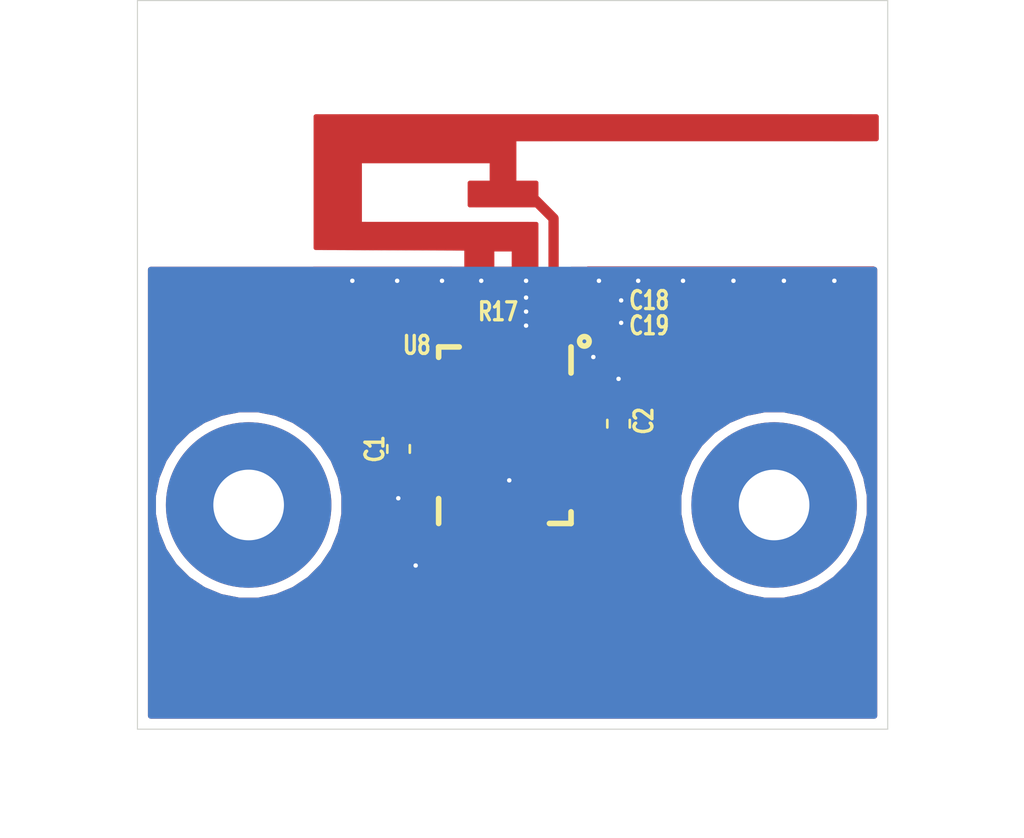
<source format=kicad_pcb>
(kicad_pcb (version 20171130) (host pcbnew "(5.1.6)-1")

  (general
    (thickness 1.6)
    (drawings 6)
    (tracks 71)
    (zones 0)
    (modules 10)
    (nets 17)
  )

  (page A4)
  (layers
    (0 F.Cu signal)
    (31 B.Cu signal)
    (32 B.Adhes user)
    (33 F.Adhes user)
    (34 B.Paste user)
    (35 F.Paste user)
    (36 B.SilkS user)
    (37 F.SilkS user)
    (38 B.Mask user)
    (39 F.Mask user)
    (40 Dwgs.User user)
    (41 Cmts.User user)
    (42 Eco1.User user)
    (43 Eco2.User user)
    (44 Edge.Cuts user)
    (45 Margin user)
    (46 B.CrtYd user)
    (47 F.CrtYd user)
    (48 B.Fab user)
    (49 F.Fab user)
  )

  (setup
    (last_trace_width 0.1016)
    (user_trace_width 0.1016)
    (user_trace_width 0.254)
    (user_trace_width 0.29337)
    (user_trace_width 0.635)
    (user_trace_width 1.27)
    (trace_clearance 0.1016)
    (zone_clearance 0.45)
    (zone_45_only no)
    (trace_min 0.0889)
    (via_size 0.45)
    (via_drill 0.2)
    (via_min_size 0.44)
    (via_min_drill 0.2)
    (user_via 1 0.5)
    (uvia_size 0.45)
    (uvia_drill 0.1)
    (uvias_allowed no)
    (uvia_min_size 0.2)
    (uvia_min_drill 0.1)
    (edge_width 0.05)
    (segment_width 0.2)
    (pcb_text_width 0.3)
    (pcb_text_size 1.5 1.5)
    (mod_edge_width 0.12)
    (mod_text_size 1 1)
    (mod_text_width 0.15)
    (pad_size 7.5 7.5)
    (pad_drill 3.2)
    (pad_to_mask_clearance 0.051)
    (solder_mask_min_width 0.25)
    (aux_axis_origin 0 0)
    (visible_elements 7FFFFFFF)
    (pcbplotparams
      (layerselection 0x010fc_ffffffff)
      (usegerberextensions false)
      (usegerberattributes false)
      (usegerberadvancedattributes false)
      (creategerberjobfile false)
      (excludeedgelayer true)
      (linewidth 0.100000)
      (plotframeref false)
      (viasonmask false)
      (mode 1)
      (useauxorigin false)
      (hpglpennumber 1)
      (hpglpenspeed 20)
      (hpglpendiameter 15.000000)
      (psnegative false)
      (psa4output false)
      (plotreference true)
      (plotvalue true)
      (plotinvisibletext false)
      (padsonsilk false)
      (subtractmaskfromsilk false)
      (outputformat 1)
      (mirror false)
      (drillshape 0)
      (scaleselection 1)
      (outputdirectory "Gerbers/"))
  )

  (net 0 "")
  (net 1 GND)
  (net 2 +3V3)
  (net 3 "Net-(AE1-Pad1)")
  (net 4 "Net-(C19-Pad1)")
  (net 5 "Net-(J1-Pad3)")
  (net 6 "Net-(J1-Pad2)")
  (net 7 "Net-(U8-Pad17)")
  (net 8 "Net-(U8-Pad15)")
  (net 9 "Net-(U8-Pad14)")
  (net 10 "Net-(U8-Pad13)")
  (net 11 "Net-(U8-Pad10)")
  (net 12 "Net-(U8-Pad9)")
  (net 13 "Net-(U8-Pad8)")
  (net 14 "Net-(U8-Pad6)")
  (net 15 "Net-(U8-Pad3)")
  (net 16 "Net-(U8-Pad2)")

  (net_class Default "This is the default net class."
    (clearance 0.1016)
    (trace_width 0.1016)
    (via_dia 0.45)
    (via_drill 0.2)
    (uvia_dia 0.45)
    (uvia_drill 0.1)
    (add_net +3V3)
    (add_net GND)
    (add_net "Net-(AE1-Pad1)")
    (add_net "Net-(C19-Pad1)")
    (add_net "Net-(J1-Pad2)")
    (add_net "Net-(J1-Pad3)")
    (add_net "Net-(U8-Pad10)")
    (add_net "Net-(U8-Pad13)")
    (add_net "Net-(U8-Pad14)")
    (add_net "Net-(U8-Pad15)")
    (add_net "Net-(U8-Pad17)")
    (add_net "Net-(U8-Pad2)")
    (add_net "Net-(U8-Pad3)")
    (add_net "Net-(U8-Pad6)")
    (add_net "Net-(U8-Pad8)")
    (add_net "Net-(U8-Pad9)")
  )

  (module Encoder:MountingHole_3.2mm_M3_Pad (layer F.Cu) (tedit 608A37FC) (tstamp 608A99D3)
    (at 145.415 99.822)
    (descr "Mounting Hole 3.2mm, M3")
    (tags "mounting hole 3.2mm m3")
    (attr virtual)
    (fp_text reference REF** (at 0 -4.2) (layer Dwgs.User)
      (effects (font (size 1 1) (thickness 0.15)))
    )
    (fp_text value MountingHole_3.2mm_M3_Pad (at 0 4.2) (layer F.Fab)
      (effects (font (size 1 1) (thickness 0.15)))
    )
    (fp_circle (center 0 0) (end 3.45 0) (layer F.CrtYd) (width 0.05))
    (fp_circle (center 0 0) (end 3.2 0) (layer Cmts.User) (width 0.15))
    (fp_text user %R (at 0.3 0) (layer F.Fab)
      (effects (font (size 1 1) (thickness 0.15)))
    )
    (pad 1 thru_hole circle (at -0.0635 0) (size 7.5 7.5) (drill 3.2) (layers *.Cu *.Mask))
  )

  (module Encoder:MountingHole_3.2mm_M3_Pad (layer F.Cu) (tedit 608A34C1) (tstamp 606BE674)
    (at 121.539 99.822)
    (descr "Mounting Hole 3.2mm, M3")
    (tags "mounting hole 3.2mm m3")
    (attr virtual)
    (fp_text reference REF** (at 0 -4.2) (layer Dwgs.User)
      (effects (font (size 1 1) (thickness 0.15)))
    )
    (fp_text value MountingHole_3.2mm_M3_Pad (at 0 4.2) (layer F.Fab)
      (effects (font (size 1 1) (thickness 0.15)))
    )
    (fp_circle (center 0 0) (end 3.45 0) (layer F.CrtYd) (width 0.05))
    (fp_circle (center 0 0) (end 3.2 0) (layer Cmts.User) (width 0.15))
    (fp_text user %R (at 0.3 0) (layer F.Fab)
      (effects (font (size 1 1) (thickness 0.15)))
    )
    (pad 1 thru_hole circle (at 0 0) (size 7.5 7.5) (drill 3.2) (layers *.Cu *.Mask))
  )

  (module Encoder:C_0402_1005Metric (layer F.Cu) (tedit 6079DB7C) (tstamp 606BD6E8)
    (at 137.023 91.567)
    (descr "Capacitor SMD 0402 (1005 Metric), square (rectangular) end terminal, IPC_7351 nominal, (Body size source: http://www.tortai-tech.com/upload/download/2011102023233369053.pdf), generated with kicad-footprint-generator")
    (tags capacitor)
    (path /605849D6)
    (attr smd)
    (fp_text reference C19 (at 2.667 0.127) (layer F.SilkS)
      (effects (font (size 0.8128 0.6096) (thickness 0.1524)))
    )
    (fp_text value C_Rf (at 0 1.17) (layer F.Fab)
      (effects (font (size 1 1) (thickness 0.15)))
    )
    (fp_line (start 0.93 0.47) (end -0.93 0.47) (layer F.CrtYd) (width 0.05))
    (fp_line (start 0.93 -0.47) (end 0.93 0.47) (layer F.CrtYd) (width 0.05))
    (fp_line (start -0.93 -0.47) (end 0.93 -0.47) (layer F.CrtYd) (width 0.05))
    (fp_line (start -0.93 0.47) (end -0.93 -0.47) (layer F.CrtYd) (width 0.05))
    (fp_line (start 0.5 0.25) (end -0.5 0.25) (layer F.Fab) (width 0.1))
    (fp_line (start 0.5 -0.25) (end 0.5 0.25) (layer F.Fab) (width 0.1))
    (fp_line (start -0.5 -0.25) (end 0.5 -0.25) (layer F.Fab) (width 0.1))
    (fp_line (start -0.5 0.25) (end -0.5 -0.25) (layer F.Fab) (width 0.1))
    (fp_text user %R (at 0 0) (layer F.Fab)
      (effects (font (size 0.25 0.25) (thickness 0.04)))
    )
    (pad 2 smd roundrect (at 0.485 0) (size 0.59 0.64) (layers F.Cu F.Paste F.Mask) (roundrect_rratio 0.25)
      (net 1 GND))
    (pad 1 smd roundrect (at -0.485 0) (size 0.59 0.64) (layers F.Cu F.Paste F.Mask) (roundrect_rratio 0.25)
      (net 4 "Net-(C19-Pad1)"))
    (model ${KIPRJMOD}/../FootPrints/3DModels/CapacitorsSMD/C_0402_1005Metric.step
      (at (xyz 0 0 0))
      (scale (xyz 1 1 1))
      (rotate (xyz 0 0 0))
    )
  )

  (module Encoder:Antenna locked (layer F.Cu) (tedit 606BC9E6) (tstamp 605960DF)
    (at 137.287 85.852)
    (path /6055D6C9)
    (fp_text reference AE1 (at 0 0) (layer F.SilkS) hide
      (effects (font (size 1.524 1.524) (thickness 0.3)))
    )
    (fp_text value LOGO (at 5.588 0.508) (layer F.SilkS) hide
      (effects (font (size 1.524 1.524) (thickness 0.3)))
    )
    (fp_poly (pts (xy 1.293729 -3.732996) (xy 1.500607 -3.732996) (xy 1.705023 -3.732995) (xy 1.906994 -3.732995)
      (xy 2.106534 -3.732994) (xy 2.303655 -3.732993) (xy 2.498374 -3.732992) (xy 2.690704 -3.732991)
      (xy 2.880659 -3.73299) (xy 3.068255 -3.732989) (xy 3.253504 -3.732988) (xy 3.436421 -3.732987)
      (xy 3.617022 -3.732985) (xy 3.795319 -3.732984) (xy 3.971327 -3.732982) (xy 4.145061 -3.732981)
      (xy 4.316535 -3.732979) (xy 4.485763 -3.732977) (xy 4.65276 -3.732975) (xy 4.817539 -3.732973)
      (xy 4.980115 -3.73297) (xy 5.140503 -3.732968) (xy 5.298716 -3.732965) (xy 5.454769 -3.732963)
      (xy 5.608676 -3.73296) (xy 5.760452 -3.732957) (xy 5.91011 -3.732954) (xy 6.057666 -3.732951)
      (xy 6.203133 -3.732948) (xy 6.346526 -3.732944) (xy 6.487859 -3.732941) (xy 6.627146 -3.732937)
      (xy 6.764401 -3.732933) (xy 6.89964 -3.732929) (xy 7.032875 -3.732925) (xy 7.164122 -3.732921)
      (xy 7.293395 -3.732917) (xy 7.420708 -3.732912) (xy 7.546075 -3.732907) (xy 7.669511 -3.732903)
      (xy 7.791029 -3.732898) (xy 7.910645 -3.732892) (xy 8.028373 -3.732887) (xy 8.144226 -3.732882)
      (xy 8.25822 -3.732876) (xy 8.370367 -3.73287) (xy 8.480684 -3.732864) (xy 8.589183 -3.732858)
      (xy 8.69588 -3.732852) (xy 8.800789 -3.732845) (xy 8.903923 -3.732839) (xy 9.005297 -3.732832)
      (xy 9.104926 -3.732825) (xy 9.202824 -3.732817) (xy 9.299005 -3.73281) (xy 9.393483 -3.732802)
      (xy 9.486273 -3.732795) (xy 9.577388 -3.732787) (xy 9.666844 -3.732778) (xy 9.754655 -3.73277)
      (xy 9.840834 -3.732761) (xy 9.925397 -3.732753) (xy 10.008356 -3.732744) (xy 10.089728 -3.732735)
      (xy 10.169526 -3.732725) (xy 10.247764 -3.732716) (xy 10.324456 -3.732706) (xy 10.399618 -3.732696)
      (xy 10.473262 -3.732685) (xy 10.545404 -3.732675) (xy 10.616058 -3.732664) (xy 10.685238 -3.732653)
      (xy 10.752959 -3.732642) (xy 10.819234 -3.732631) (xy 10.884078 -3.732619) (xy 10.947505 -3.732608)
      (xy 11.00953 -3.732596) (xy 11.070167 -3.732583) (xy 11.12943 -3.732571) (xy 11.187333 -3.732558)
      (xy 11.243891 -3.732545) (xy 11.299118 -3.732532) (xy 11.353028 -3.732518) (xy 11.405636 -3.732505)
      (xy 11.456956 -3.732491) (xy 11.507003 -3.732476) (xy 11.555789 -3.732462) (xy 11.603331 -3.732447)
      (xy 11.649641 -3.732432) (xy 11.694735 -3.732417) (xy 11.738627 -3.732402) (xy 11.781331 -3.732386)
      (xy 11.822861 -3.73237) (xy 11.863231 -3.732353) (xy 11.902457 -3.732337) (xy 11.940551 -3.73232)
      (xy 11.977529 -3.732303) (xy 12.013405 -3.732285) (xy 12.048193 -3.732268) (xy 12.081907 -3.73225)
      (xy 12.114562 -3.732232) (xy 12.146172 -3.732213) (xy 12.176751 -3.732194) (xy 12.206313 -3.732175)
      (xy 12.234874 -3.732156) (xy 12.262446 -3.732136) (xy 12.289045 -3.732116) (xy 12.314685 -3.732096)
      (xy 12.339379 -3.732075) (xy 12.363143 -3.732054) (xy 12.385991 -3.732033) (xy 12.407936 -3.732012)
      (xy 12.428994 -3.73199) (xy 12.449178 -3.731968) (xy 12.468503 -3.731945) (xy 12.486983 -3.731923)
      (xy 12.504632 -3.7319) (xy 12.521465 -3.731876) (xy 12.537496 -3.731853) (xy 12.552739 -3.731829)
      (xy 12.567209 -3.731804) (xy 12.580919 -3.73178) (xy 12.593885 -3.731755) (xy 12.60612 -3.731729)
      (xy 12.617639 -3.731704) (xy 12.628456 -3.731678) (xy 12.638585 -3.731651) (xy 12.648041 -3.731625)
      (xy 12.656838 -3.731598) (xy 12.66499 -3.73157) (xy 12.672511 -3.731543) (xy 12.679417 -3.731515)
      (xy 12.68572 -3.731486) (xy 12.691436 -3.731458) (xy 12.696578 -3.731428) (xy 12.701162 -3.731399)
      (xy 12.7052 -3.731369) (xy 12.708709 -3.731339) (xy 12.711701 -3.731309) (xy 12.714191 -3.731278)
      (xy 12.716194 -3.731246) (xy 12.717723 -3.731215) (xy 12.718794 -3.731183) (xy 12.71942 -3.73115)
      (xy 12.719586 -3.731131) (xy 12.735464 -3.72656) (xy 12.749966 -3.719854) (xy 12.763009 -3.711093)
      (xy 12.774506 -3.700353) (xy 12.784373 -3.687712) (xy 12.792525 -3.673248) (xy 12.798106 -3.659387)
      (xy 12.801134 -3.650426) (xy 12.801484 -3.130674) (xy 12.801513 -3.086955) (xy 12.801539 -3.045724)
      (xy 12.801561 -3.006905) (xy 12.80158 -2.970426) (xy 12.801595 -2.936213) (xy 12.801605 -2.904193)
      (xy 12.801612 -2.874292) (xy 12.801614 -2.846436) (xy 12.801611 -2.820552) (xy 12.801603 -2.796567)
      (xy 12.80159 -2.774406) (xy 12.801571 -2.753997) (xy 12.801547 -2.735265) (xy 12.801516 -2.718137)
      (xy 12.80148 -2.70254) (xy 12.801437 -2.6884) (xy 12.801387 -2.675644) (xy 12.801331 -2.664197)
      (xy 12.801267 -2.653987) (xy 12.801196 -2.644939) (xy 12.801118 -2.636981) (xy 12.801032 -2.630038)
      (xy 12.800937 -2.624038) (xy 12.800835 -2.618906) (xy 12.800724 -2.614569) (xy 12.800604 -2.610953)
      (xy 12.800475 -2.607986) (xy 12.800337 -2.605593) (xy 12.80019 -2.6037) (xy 12.800033 -2.602235)
      (xy 12.799866 -2.601123) (xy 12.799811 -2.600831) (xy 12.795671 -2.585872) (xy 12.789443 -2.57215)
      (xy 12.780991 -2.559424) (xy 12.770179 -2.547456) (xy 12.76861 -2.545959) (xy 12.756387 -2.536213)
      (xy 12.742708 -2.528459) (xy 12.727952 -2.522902) (xy 12.724323 -2.521926) (xy 12.724096 -2.521871)
      (xy 12.723849 -2.521817) (xy 12.723562 -2.521764) (xy 12.723216 -2.521711) (xy 12.722794 -2.52166)
      (xy 12.722277 -2.521609) (xy 12.721645 -2.521559) (xy 12.720882 -2.521509) (xy 12.719967 -2.52146)
      (xy 12.718884 -2.521412) (xy 12.717612 -2.521365) (xy 12.716134 -2.521319) (xy 12.714431 -2.521273)
      (xy 12.712484 -2.521228) (xy 12.710276 -2.521184) (xy 12.707787 -2.52114) (xy 12.704998 -2.521097)
      (xy 12.701892 -2.521055) (xy 12.69845 -2.521013) (xy 12.694653 -2.520972) (xy 12.690483 -2.520932)
      (xy 12.685922 -2.520892) (xy 12.68095 -2.520853) (xy 12.675549 -2.520815) (xy 12.6697 -2.520778)
      (xy 12.663386 -2.520741) (xy 12.656588 -2.520704) (xy 12.649286 -2.520668) (xy 12.641463 -2.520633)
      (xy 12.6331 -2.520599) (xy 12.624179 -2.520565) (xy 12.61468 -2.520532) (xy 12.604586 -2.520499)
      (xy 12.593877 -2.520467) (xy 12.582536 -2.520435) (xy 12.570544 -2.520404) (xy 12.557882 -2.520374)
      (xy 12.544531 -2.520344) (xy 12.530474 -2.520315) (xy 12.515692 -2.520286) (xy 12.500165 -2.520258)
      (xy 12.483877 -2.52023) (xy 12.466807 -2.520203) (xy 12.448938 -2.520176) (xy 12.43025 -2.52015)
      (xy 12.410727 -2.520124) (xy 12.390348 -2.520099) (xy 12.369096 -2.520074) (xy 12.346951 -2.52005)
      (xy 12.323896 -2.520027) (xy 12.299912 -2.520003) (xy 12.27498 -2.519981) (xy 12.249081 -2.519958)
      (xy 12.222198 -2.519937) (xy 12.194312 -2.519915) (xy 12.165404 -2.519894) (xy 12.135455 -2.519874)
      (xy 12.104447 -2.519854) (xy 12.072362 -2.519834) (xy 12.039181 -2.519815) (xy 12.004886 -2.519796)
      (xy 11.969457 -2.519778) (xy 11.932877 -2.51976) (xy 11.895127 -2.519742) (xy 11.856188 -2.519725)
      (xy 11.816042 -2.519708) (xy 11.77467 -2.519692) (xy 11.732054 -2.519675) (xy 11.688175 -2.51966)
      (xy 11.643015 -2.519644) (xy 11.596555 -2.519629) (xy 11.548777 -2.519614) (xy 11.499662 -2.5196)
      (xy 11.449191 -2.519586) (xy 11.397347 -2.519572) (xy 11.34411 -2.519559) (xy 11.289462 -2.519546)
      (xy 11.233384 -2.519533) (xy 11.175858 -2.51952) (xy 11.116866 -2.519508) (xy 11.056389 -2.519496)
      (xy 10.994407 -2.519484) (xy 10.930904 -2.519473) (xy 10.86586 -2.519462) (xy 10.799256 -2.519451)
      (xy 10.731075 -2.51944) (xy 10.661298 -2.51943) (xy 10.589905 -2.519419) (xy 10.516879 -2.519409)
      (xy 10.442202 -2.5194) (xy 10.365853 -2.51939) (xy 10.287816 -2.519381) (xy 10.208071 -2.519372)
      (xy 10.1266 -2.519363) (xy 10.043385 -2.519354) (xy 9.958406 -2.519345) (xy 9.871646 -2.519337)
      (xy 9.783085 -2.519329) (xy 9.692706 -2.519321) (xy 9.60049 -2.519313) (xy 9.506417 -2.519305)
      (xy 9.410471 -2.519297) (xy 9.312631 -2.51929) (xy 9.212881 -2.519283) (xy 9.1112 -2.519275)
      (xy 9.007571 -2.519268) (xy 8.901974 -2.519261) (xy 8.794393 -2.519254) (xy 8.684807 -2.519248)
      (xy 8.573198 -2.519241) (xy 8.459549 -2.519234) (xy 8.34384 -2.519228) (xy 8.226053 -2.519221)
      (xy 8.106169 -2.519215) (xy 7.984169 -2.519208) (xy 7.860036 -2.519202) (xy 7.733751 -2.519196)
      (xy 7.605295 -2.51919) (xy 7.474649 -2.519184) (xy 7.341796 -2.519177) (xy 7.206716 -2.519171)
      (xy 7.069391 -2.519165) (xy 6.929803 -2.519159) (xy 6.787933 -2.519153) (xy 6.643762 -2.519147)
      (xy 6.497272 -2.519141) (xy 6.348444 -2.519135) (xy 6.19726 -2.519128) (xy 6.043702 -2.519122)
      (xy 5.88775 -2.519116) (xy 5.729386 -2.51911) (xy 5.568593 -2.519103) (xy 5.40535 -2.519097)
      (xy 5.23964 -2.519091) (xy 5.071444 -2.519084) (xy 4.900744 -2.519077) (xy 4.727521 -2.519071)
      (xy 4.551756 -2.519064) (xy 4.54847 -2.519064) (xy -3.617142 -2.518749) (xy -3.617463 -1.621025)
      (xy -3.617784 -0.7233) (xy -3.163432 -0.7233) (xy -3.122447 -0.723301) (xy -3.083942 -0.723304)
      (xy -3.047838 -0.723306) (xy -3.014054 -0.723307) (xy -2.982509 -0.723306) (xy -2.953125 -0.723301)
      (xy -2.925821 -0.723292) (xy -2.900517 -0.723276) (xy -2.877133 -0.723253) (xy -2.855589 -0.723221)
      (xy -2.835805 -0.72318) (xy -2.8177 -0.723127) (xy -2.801196 -0.723063) (xy -2.786211 -0.722985)
      (xy -2.772665 -0.722892) (xy -2.760479 -0.722784) (xy -2.749573 -0.722658) (xy -2.739867 -0.722514)
      (xy -2.731279 -0.722351) (xy -2.723731 -0.722167) (xy -2.717143 -0.72196) (xy -2.711434 -0.721731)
      (xy -2.706524 -0.721477) (xy -2.702333 -0.721197) (xy -2.698781 -0.720891) (xy -2.695789 -0.720556)
      (xy -2.693276 -0.720192) (xy -2.691161 -0.719798) (xy -2.689366 -0.719371) (xy -2.687809 -0.718912)
      (xy -2.686411 -0.718418) (xy -2.685093 -0.717889) (xy -2.683772 -0.717323) (xy -2.682371 -0.716719)
      (xy -2.680808 -0.716076) (xy -2.68038 -0.715908) (xy -2.66691 -0.709346) (xy -2.654409 -0.700627)
      (xy -2.643197 -0.69007) (xy -2.633594 -0.677994) (xy -2.625922 -0.66472) (xy -2.623506 -0.659246)
      (xy -2.622782 -0.6575) (xy -2.622111 -0.655916) (xy -2.621491 -0.654395) (xy -2.620921 -0.65284)
      (xy -2.620398 -0.651151) (xy -2.61992 -0.649228) (xy -2.619485 -0.646973) (xy -2.619092 -0.644287)
      (xy -2.618737 -0.641071) (xy -2.61842 -0.637226) (xy -2.618137 -0.632653) (xy -2.617888 -0.627253)
      (xy -2.617669 -0.620927) (xy -2.61748 -0.613575) (xy -2.617317 -0.6051) (xy -2.617178 -0.595401)
      (xy -2.617063 -0.584381) (xy -2.616968 -0.571939) (xy -2.616892 -0.557977) (xy -2.616832 -0.542397)
      (xy -2.616787 -0.525098) (xy -2.616755 -0.505983) (xy -2.616732 -0.484951) (xy -2.616719 -0.461904)
      (xy -2.616711 -0.436744) (xy -2.616708 -0.40937) (xy -2.616707 -0.379684) (xy -2.616706 -0.347588)
      (xy -2.616705 -0.330285) (xy -2.616683 -0.026242) (xy -2.191535 0.398776) (xy -2.163787 0.426519)
      (xy -2.136461 0.453849) (xy -2.109612 0.480707) (xy -2.0833 0.507037) (xy -2.057582 0.53278)
      (xy -2.032515 0.557879) (xy -2.008158 0.582275) (xy -1.984567 0.60591) (xy -1.961801 0.628727)
      (xy -1.939917 0.650667) (xy -1.918973 0.671673) (xy -1.899027 0.691687) (xy -1.880136 0.71065)
      (xy -1.862359 0.728506) (xy -1.845752 0.745196) (xy -1.830373 0.760661) (xy -1.816281 0.774845)
      (xy -1.803532 0.78769) (xy -1.792185 0.799136) (xy -1.782297 0.809127) (xy -1.773926 0.817605)
      (xy -1.767129 0.824511) (xy -1.761965 0.829788) (xy -1.758491 0.833378) (xy -1.756764 0.835223)
      (xy -1.756685 0.835316) (xy -1.741782 0.854863) (xy -1.729267 0.875306) (xy -1.719092 0.896748)
      (xy -1.711211 0.919288) (xy -1.705577 0.94303) (xy -1.704604 0.948611) (xy -1.704497 0.94944)
      (xy -1.704393 0.950617) (xy -1.704294 0.952189) (xy -1.704198 0.954201) (xy -1.704106 0.9567)
      (xy -1.704017 0.959731) (xy -1.703932 0.963342) (xy -1.703851 0.967578) (xy -1.703773 0.972485)
      (xy -1.703698 0.97811) (xy -1.703626 0.984498) (xy -1.703558 0.991697) (xy -1.703493 0.999751)
      (xy -1.703431 1.008708) (xy -1.703371 1.018613) (xy -1.703315 1.029513) (xy -1.703262 1.041453)
      (xy -1.703211 1.054481) (xy -1.703163 1.068641) (xy -1.703118 1.083981) (xy -1.703076 1.100546)
      (xy -1.703035 1.118382) (xy -1.702998 1.137536) (xy -1.702962 1.158055) (xy -1.702929 1.179983)
      (xy -1.702899 1.203368) (xy -1.70287 1.228255) (xy -1.702843 1.25469) (xy -1.702819 1.282721)
      (xy -1.702796 1.312392) (xy -1.702775 1.34375) (xy -1.702756 1.376842) (xy -1.702739 1.411713)
      (xy -1.702723 1.448409) (xy -1.702709 1.486978) (xy -1.702697 1.527464) (xy -1.702686 1.569915)
      (xy -1.702676 1.614375) (xy -1.702668 1.660892) (xy -1.702661 1.709512) (xy -1.702655 1.760281)
      (xy -1.70265 1.813244) (xy -1.702646 1.868449) (xy -1.702643 1.925941) (xy -1.702641 1.985766)
      (xy -1.70264 2.047971) (xy -1.70264 2.179704) (xy -1.702641 2.243285) (xy -1.702643 2.312783)
      (xy -1.702645 2.379767) (xy -1.702647 2.444282) (xy -1.702651 2.506375) (xy -1.702655 2.566092)
      (xy -1.70266 2.623478) (xy -1.702666 2.678579) (xy -1.702673 2.731443) (xy -1.702681 2.782114)
      (xy -1.70269 2.830638) (xy -1.7027 2.877062) (xy -1.702712 2.921432) (xy -1.702725 2.963793)
      (xy -1.702739 3.004191) (xy -1.702755 3.042673) (xy -1.702772 3.079285) (xy -1.702791 3.114072)
      (xy -1.702812 3.147081) (xy -1.702834 3.178357) (xy -1.702859 3.207947) (xy -1.702885 3.235896)
      (xy -1.702913 3.262251) (xy -1.702943 3.287057) (xy -1.702976 3.31036) (xy -1.70301 3.332207)
      (xy -1.703047 3.352643) (xy -1.703086 3.371715) (xy -1.703128 3.389468) (xy -1.703172 3.405949)
      (xy -1.703218 3.421203) (xy -1.703267 3.435277) (xy -1.703319 3.448215) (xy -1.703374 3.460066)
      (xy -1.703431 3.470873) (xy -1.703491 3.480684) (xy -1.703554 3.489544) (xy -1.70362 3.4975)
      (xy -1.70369 3.504597) (xy -1.703762 3.510881) (xy -1.703838 3.516398) (xy -1.703917 3.521195)
      (xy -1.703999 3.525317) (xy -1.704085 3.528811) (xy -1.704174 3.531722) (xy -1.704267 3.534095)
      (xy -1.704364 3.535979) (xy -1.704464 3.537417) (xy -1.704568 3.538457) (xy -1.704612 3.538776)
      (xy -1.70942 3.56241) (xy -1.716543 3.585114) (xy -1.725867 3.606748) (xy -1.737279 3.627175)
      (xy -1.750665 3.646257) (xy -1.76591 3.663856) (xy -1.782903 3.679835) (xy -1.801527 3.694055)
      (xy -1.821671 3.706379) (xy -1.84322 3.716669) (xy -1.855078 3.721217) (xy -1.872079 3.726324)
      (xy -1.890352 3.730219) (xy -1.90912 3.732801) (xy -1.927605 3.733968) (xy -1.94503 3.733617)
      (xy -1.94779 3.733402) (xy -1.972056 3.730049) (xy -1.995562 3.724304) (xy -2.018165 3.71623)
      (xy -2.039721 3.705892) (xy -2.060088 3.693355) (xy -2.079121 3.678681) (xy -2.087446 3.671176)
      (xy -2.104059 3.653716) (xy -2.118617 3.634746) (xy -2.131086 3.614325) (xy -2.141434 3.592514)
      (xy -2.149628 3.56937) (xy -2.154781 3.549136) (xy -2.157739 3.53521) (xy -2.158063 2.30688)
      (xy -2.158387 1.078549) (xy -2.457625 0.779306) (xy -2.756862 0.480062) (xy -4.244523 0.48007)
      (xy -4.52691 0.48007) (xy -4.591434 0.480069) (xy -4.653615 0.480068) (xy -4.713497 0.480066)
      (xy -4.771125 0.480064) (xy -4.826541 0.480061) (xy -4.87979 0.480057) (xy -4.930914 0.480053)
      (xy -4.979959 0.480048) (xy -5.026966 0.480041) (xy -5.071981 0.480034) (xy -5.115045 0.480026)
      (xy -5.156204 0.480016) (xy -5.195501 0.480006) (xy -5.232979 0.479994) (xy -5.268683 0.47998)
      (xy -5.302655 0.479965) (xy -5.334939 0.479949) (xy -5.365579 0.479931) (xy -5.394619 0.479911)
      (xy -5.422102 0.47989) (xy -5.448071 0.479867) (xy -5.472572 0.479842) (xy -5.495646 0.479815)
      (xy -5.517338 0.479786) (xy -5.537692 0.479755) (xy -5.55675 0.479722) (xy -5.574557 0.479686)
      (xy -5.591157 0.479649) (xy -5.606592 0.479608) (xy -5.620907 0.479566) (xy -5.634145 0.479521)
      (xy -5.646349 0.479473) (xy -5.657565 0.479423) (xy -5.667834 0.47937) (xy -5.677201 0.479314)
      (xy -5.685709 0.479255) (xy -5.693403 0.479194) (xy -5.700324 0.479129) (xy -5.706519 0.479061)
      (xy -5.712029 0.47899) (xy -5.716898 0.478916) (xy -5.721171 0.478839) (xy -5.72489 0.478758)
      (xy -5.7281 0.478673) (xy -5.730844 0.478586) (xy -5.733165 0.478494) (xy -5.735108 0.478399)
      (xy -5.736716 0.4783) (xy -5.738032 0.478198) (xy -5.739101 0.478091) (xy -5.739965 0.477981)
      (xy -5.740669 0.477867) (xy -5.741256 0.477748) (xy -5.741769 0.477625) (xy -5.74181 0.477615)
      (xy -5.75732 0.472388) (xy -5.771447 0.465059) (xy -5.784059 0.455763) (xy -5.795024 0.444632)
      (xy -5.804208 0.4318) (xy -5.81148 0.4174) (xy -5.816457 0.402537) (xy -5.816625 0.401712)
      (xy -5.816783 0.400511) (xy -5.816931 0.398862) (xy -5.817071 0.39669) (xy -5.817202 0.393923)
      (xy -5.817325 0.390487) (xy -5.817439 0.386311) (xy -5.817546 0.381319) (xy -5.817644 0.37544)
      (xy -5.817736 0.368599) (xy -5.81782 0.360725) (xy -5.817898 0.351744) (xy -5.817969 0.341582)
      (xy -5.818034 0.330166) (xy -5.818092 0.317425) (xy -5.818145 0.303283) (xy -5.818193 0.287668)
      (xy -5.818236 0.270508) (xy -5.818273 0.251728) (xy -5.818307 0.231256) (xy -5.818336 0.209019)
      (xy -5.81836 0.184943) (xy -5.818381 0.158956) (xy -5.818399 0.130983) (xy -5.818414 0.100953)
      (xy -5.818425 0.068792) (xy -5.818434 0.034426) (xy -5.818441 -0.002217) (xy -5.818445 -0.04121)
      (xy -5.818448 -0.082627) (xy -5.818449 -0.120668) (xy -5.818449 -0.164383) (xy -5.818447 -0.20561)
      (xy -5.818443 -0.244421) (xy -5.818437 -0.28089) (xy -5.818428 -0.315088) (xy -5.818416 -0.347089)
      (xy -5.818401 -0.376964) (xy -5.818382 -0.404787) (xy -5.81836 -0.430629) (xy -5.818334 -0.454564)
      (xy -5.818304 -0.476664) (xy -5.818269 -0.497002) (xy -5.81823 -0.515649) (xy -5.818185 -0.532679)
      (xy -5.818136 -0.548163) (xy -5.81808 -0.562176) (xy -5.81802 -0.574788) (xy -5.817952 -0.586073)
      (xy -5.817879 -0.596103) (xy -5.817799 -0.604951) (xy -5.817712 -0.612689) (xy -5.817618 -0.61939)
      (xy -5.817517 -0.625126) (xy -5.817408 -0.629969) (xy -5.817292 -0.633993) (xy -5.817167 -0.63727)
      (xy -5.817033 -0.639872) (xy -5.816891 -0.641872) (xy -5.81674 -0.643343) (xy -5.81658 -0.644356)
      (xy -5.816541 -0.644535) (xy -5.811749 -0.659707) (xy -5.804764 -0.673704) (xy -5.795744 -0.686364)
      (xy -5.784849 -0.697523) (xy -5.772238 -0.707017) (xy -5.758069 -0.714683) (xy -5.742876 -0.720251)
      (xy -5.74208 -0.720465) (xy -5.741165 -0.720666) (xy -5.740052 -0.720854) (xy -5.738661 -0.721031)
      (xy -5.736913 -0.721196) (xy -5.734728 -0.721349) (xy -5.732026 -0.721493) (xy -5.728728 -0.721626)
      (xy -5.724754 -0.721749) (xy -5.720025 -0.721864) (xy -5.71446 -0.721969) (xy -5.70798 -0.722066)
      (xy -5.700506 -0.722156) (xy -5.691958 -0.722238) (xy -5.682257 -0.722313) (xy -5.671322 -0.722382)
      (xy -5.659074 -0.722445) (xy -5.645433 -0.722503) (xy -5.63032 -0.722555) (xy -5.613656 -0.722603)
      (xy -5.59536 -0.722647) (xy -5.575352 -0.722688) (xy -5.553554 -0.722725) (xy -5.529886 -0.72276)
      (xy -5.504268 -0.722792) (xy -5.47662 -0.722823) (xy -5.446862 -0.722852) (xy -5.414916 -0.722881)
      (xy -5.380701 -0.72291) (xy -5.344138 -0.722938) (xy -5.305148 -0.722968) (xy -5.277852 -0.722988)
      (xy -4.821149 -0.723321) (xy -4.821149 -1.520851) (xy -10.617793 -1.520851) (xy -10.617472 -0.188506)
      (xy -10.617152 1.143838) (xy -6.660123 1.144109) (xy -6.537728 1.144117) (xy -6.417867 1.144125)
      (xy -6.300513 1.144134) (xy -6.185641 1.144142) (xy -6.073223 1.14415) (xy -5.963234 1.144159)
      (xy -5.855647 1.144167) (xy -5.750435 1.144176) (xy -5.647573 1.144184) (xy -5.547034 1.144193)
      (xy -5.448791 1.144201) (xy -5.352819 1.14421) (xy -5.25909 1.144219) (xy -5.167579 1.144228)
      (xy -5.078258 1.144238) (xy -4.991103 1.144247) (xy -4.906085 1.144257) (xy -4.82318 1.144267)
      (xy -4.74236 1.144277) (xy -4.663599 1.144287) (xy -4.586871 1.144297) (xy -4.51215 1.144308)
      (xy -4.439408 1.144319) (xy -4.36862 1.144331) (xy -4.299759 1.144343) (xy -4.232799 1.144355)
      (xy -4.167713 1.144367) (xy -4.104476 1.14438) (xy -4.04306 1.144393) (xy -3.98344 1.144407)
      (xy -3.925588 1.144421) (xy -3.869479 1.144435) (xy -3.815087 1.14445) (xy -3.762384 1.144466)
      (xy -3.711344 1.144481) (xy -3.661942 1.144498) (xy -3.61415 1.144515) (xy -3.567942 1.144532)
      (xy -3.523293 1.14455) (xy -3.480175 1.144568) (xy -3.438562 1.144587) (xy -3.398427 1.144607)
      (xy -3.359746 1.144627) (xy -3.32249 1.144648) (xy -3.286634 1.14467) (xy -3.252151 1.144692)
      (xy -3.219015 1.144715) (xy -3.187199 1.144738) (xy -3.156677 1.144762) (xy -3.127424 1.144787)
      (xy -3.099411 1.144813) (xy -3.072614 1.144839) (xy -3.047005 1.144867) (xy -3.022558 1.144894)
      (xy -2.999247 1.144923) (xy -2.977046 1.144953) (xy -2.955927 1.144983) (xy -2.935865 1.145014)
      (xy -2.916834 1.145046) (xy -2.898807 1.145079) (xy -2.881757 1.145113) (xy -2.865658 1.145148)
      (xy -2.850484 1.145184) (xy -2.836208 1.14522) (xy -2.822804 1.145258) (xy -2.810246 1.145296)
      (xy -2.798508 1.145336) (xy -2.787562 1.145377) (xy -2.777382 1.145418) (xy -2.767943 1.145461)
      (xy -2.759217 1.145504) (xy -2.751179 1.145549) (xy -2.743802 1.145595) (xy -2.737059 1.145642)
      (xy -2.730925 1.14569) (xy -2.725372 1.145739) (xy -2.720375 1.145789) (xy -2.715907 1.14584)
      (xy -2.711942 1.145893) (xy -2.708453 1.145947) (xy -2.705413 1.146002) (xy -2.702798 1.146058)
      (xy -2.700579 1.146115) (xy -2.698732 1.146174) (xy -2.697229 1.146234) (xy -2.696043 1.146295)
      (xy -2.69515 1.146358) (xy -2.694521 1.146422) (xy -2.694134 1.146487) (xy -2.679176 1.151282)
      (xy -2.665339 1.158267) (xy -2.65282 1.167244) (xy -2.641817 1.178014) (xy -2.632526 1.19038)
      (xy -2.625145 1.204143) (xy -2.619871 1.219105) (xy -2.619191 1.221784) (xy -2.619046 1.222417)
      (xy -2.618906 1.223113) (xy -2.618772 1.223922) (xy -2.618643 1.224896) (xy -2.61852 1.226087)
      (xy -2.618402 1.227545) (xy -2.618289 1.229322) (xy -2.618182 1.23147) (xy -2.618079 1.23404)
      (xy -2.617982 1.237083) (xy -2.617889 1.24065) (xy -2.6178 1.244794) (xy -2.617716 1.249564)
      (xy -2.617637 1.255014) (xy -2.617562 1.261194) (xy -2.61749 1.268155) (xy -2.617423 1.27595)
      (xy -2.61736 1.284628) (xy -2.617301 1.294242) (xy -2.617245 1.304844) (xy -2.617193 1.316483)
      (xy -2.617144 1.329213) (xy -2.617099 1.343084) (xy -2.617057 1.358147) (xy -2.617018 1.374455)
      (xy -2.616981 1.392057) (xy -2.616948 1.411007) (xy -2.616918 1.431354) (xy -2.61689 1.453152)
      (xy -2.616864 1.47645) (xy -2.616841 1.5013) (xy -2.616821 1.527754) (xy -2.616802 1.555863)
      (xy -2.616785 1.585678) (xy -2.616771 1.617251) (xy -2.616758 1.650634) (xy -2.616747 1.685877)
      (xy -2.616737 1.723032) (xy -2.616729 1.76215) (xy -2.616722 1.803283) (xy -2.616717 1.846482)
      (xy -2.616712 1.891799) (xy -2.616708 1.939284) (xy -2.616706 1.98899) (xy -2.616704 2.040967)
      (xy -2.616702 2.095268) (xy -2.616702 2.151943) (xy -2.616701 2.211043) (xy -2.616701 2.435765)
      (xy -2.616702 2.493935) (xy -2.616703 2.549699) (xy -2.616704 2.603108) (xy -2.616707 2.654214)
      (xy -2.61671 2.703068) (xy -2.616714 2.749721) (xy -2.616719 2.794225) (xy -2.616725 2.836631)
      (xy -2.616732 2.87699) (xy -2.616741 2.915354) (xy -2.616751 2.951774) (xy -2.616763 2.986302)
      (xy -2.616776 3.018989) (xy -2.616792 3.049887) (xy -2.616809 3.079046) (xy -2.616828 3.106518)
      (xy -2.61685 3.132355) (xy -2.616874 3.156608) (xy -2.6169 3.179328) (xy -2.616929 3.200567)
      (xy -2.616961 3.220376) (xy -2.616995 3.238806) (xy -2.617032 3.255909) (xy -2.617072 3.271737)
      (xy -2.617116 3.28634) (xy -2.617162 3.299769) (xy -2.617212 3.312078) (xy -2.617266 3.323316)
      (xy -2.617323 3.333535) (xy -2.617384 3.342787) (xy -2.617448 3.351122) (xy -2.617517 3.358593)
      (xy -2.61759 3.365251) (xy -2.617667 3.371146) (xy -2.617748 3.376331) (xy -2.617833 3.380857)
      (xy -2.617923 3.384775) (xy -2.618018 3.388136) (xy -2.618118 3.390993) (xy -2.618222 3.393396)
      (xy -2.618332 3.395396) (xy -2.618446 3.397046) (xy -2.618566 3.398396) (xy -2.618691 3.399498)
      (xy -2.618822 3.400403) (xy -2.618958 3.401163) (xy -2.6191 3.401829) (xy -2.619191 3.402217)
      (xy -2.624144 3.417601) (xy -2.631234 3.431695) (xy -2.640297 3.444332) (xy -2.65117 3.455347)
      (xy -2.663691 3.464575) (xy -2.677695 3.471849) (xy -2.692812 3.476951) (xy -2.693683 3.47717)
      (xy -2.694582 3.477376) (xy -2.695587 3.47757) (xy -2.696771 3.477752) (xy -2.69821 3.477923)
      (xy -2.69998 3.478083) (xy -2.702154 3.478231) (xy -2.704809 3.47837) (xy -2.708019 3.478498)
      (xy -2.71186 3.478617) (xy -2.716406 3.478727) (xy -2.721734 3.478828) (xy -2.727917 3.47892)
      (xy -2.735032 3.479004) (xy -2.743153 3.479081) (xy -2.752356 3.47915) (xy -2.762715 3.479212)
      (xy -2.774305 3.479268) (xy -2.787203 3.479317) (xy -2.801482 3.47936) (xy -2.817219 3.479398)
      (xy -2.834488 3.479431) (xy -2.853364 3.479459) (xy -2.873923 3.479483) (xy -2.89624 3.479502)
      (xy -2.920389 3.479518) (xy -2.946447 3.479531) (xy -2.974487 3.479541) (xy -3.004586 3.479548)
      (xy -3.036818 3.479553) (xy -3.071258 3.479557) (xy -3.107982 3.479559) (xy -3.147065 3.47956)
      (xy -3.261592 3.47956) (xy -3.302331 3.479559) (xy -3.340661 3.479558) (xy -3.376656 3.479555)
      (xy -3.410391 3.479551) (xy -3.441941 3.479545) (xy -3.471382 3.479537) (xy -3.498788 3.479526)
      (xy -3.524234 3.479512) (xy -3.547797 3.479494) (xy -3.56955 3.479473) (xy -3.589569 3.479448)
      (xy -3.607929 3.479418) (xy -3.624706 3.479383) (xy -3.639974 3.479343) (xy -3.653808 3.479298)
      (xy -3.666284 3.479246) (xy -3.677477 3.479188) (xy -3.687461 3.479124) (xy -3.696312 3.479052)
      (xy -3.704106 3.478973) (xy -3.710917 3.478886) (xy -3.71682 3.478791) (xy -3.72189 3.478687)
      (xy -3.726203 3.478575) (xy -3.729834 3.478453) (xy -3.732857 3.478322) (xy -3.735348 3.47818)
      (xy -3.737383 3.478029) (xy -3.739035 3.477866) (xy -3.740381 3.477693) (xy -3.741495 3.477507)
      (xy -3.742453 3.47731) (xy -3.743329 3.477101) (xy -3.743764 3.476991) (xy -3.757954 3.472145)
      (xy -3.771511 3.465159) (xy -3.783908 3.456364) (xy -3.79462 3.446089) (xy -3.796597 3.443786)
      (xy -3.801813 3.436594) (xy -3.80705 3.427818) (xy -3.811822 3.418384) (xy -3.815643 3.409219)
      (xy -3.817162 3.404632) (xy -3.817362 3.403855) (xy -3.81755 3.402881) (xy -3.817726 3.401631)
      (xy -3.817892 3.400026) (xy -3.818046 3.397986) (xy -3.818191 3.395433) (xy -3.818325 3.392288)
      (xy -3.81845 3.38847) (xy -3.818566 3.383902) (xy -3.818674 3.378505) (xy -3.818774 3.372198)
      (xy -3.818866 3.364904) (xy -3.81895 3.356542) (xy -3.819028 3.347035) (xy -3.8191 3.336302)
      (xy -3.819166 3.324265) (xy -3.819226 3.310845) (xy -3.819282 3.295962) (xy -3.819332 3.279538)
      (xy -3.819379 3.261494) (xy -3.819422 3.241749) (xy -3.819462 3.220226) (xy -3.819498 3.196845)
      (xy -3.819533 3.171528) (xy -3.819565 3.144194) (xy -3.819596 3.114765) (xy -3.819626 3.083162)
      (xy -3.819655 3.049306) (xy -3.819685 3.013118) (xy -3.819714 2.974518) (xy -3.81974 2.938327)
      (xy -3.820071 2.479703) (xy -4.6176 2.479703) (xy -4.617645 2.933206) (xy -4.617648 2.974155)
      (xy -4.61765 3.012624) (xy -4.617652 3.048693) (xy -4.617656 3.082442) (xy -4.617661 3.11395)
      (xy -4.617671 3.143299) (xy -4.617684 3.170569) (xy -4.617704 3.195838) (xy -4.617731 3.219189)
      (xy -4.617765 3.2407) (xy -4.617809 3.260452) (xy -4.617863 3.278524) (xy -4.617929 3.294998)
      (xy -4.618008 3.309953) (xy -4.6181 3.323469) (xy -4.618207 3.335626) (xy -4.618331 3.346505)
      (xy -4.618472 3.356186) (xy -4.618631 3.364748) (xy -4.61881 3.372272) (xy -4.619009 3.378838)
      (xy -4.619231 3.384526) (xy -4.619475 3.389416) (xy -4.619744 3.393589) (xy -4.620038 3.397124)
      (xy -4.620359 3.400101) (xy -4.620707 3.402601) (xy -4.621084 3.404704) (xy -4.621491 3.406489)
      (xy -4.621929 3.408038) (xy -4.622399 3.409429) (xy -4.622903 3.410744) (xy -4.623441 3.412062)
      (xy -4.624015 3.413464) (xy -4.624561 3.414857) (xy -4.630536 3.427453) (xy -4.638586 3.439646)
      (xy -4.648237 3.450819) (xy -4.659013 3.460357) (xy -4.660486 3.461455) (xy -4.668025 3.466223)
      (xy -4.677028 3.470785) (xy -4.686415 3.474642) (xy -4.694047 3.477032) (xy -4.69485 3.477231)
      (xy -4.69571 3.477419) (xy -4.696699 3.477596) (xy -4.697885 3.477763) (xy -4.69934 3.477921)
      (xy -4.701132 3.478069) (xy -4.703333 3.478208) (xy -4.706012 3.478338) (xy -4.709239 3.478459)
      (xy -4.713084 3.478572) (xy -4.717617 3.478677) (xy -4.722909 3.478774) (xy -4.729029 3.478864)
      (xy -4.736048 3.478947) (xy -4.744035 3.479022) (xy -4.753061 3.479092) (xy -4.763195 3.479155)
      (xy -4.774508 3.479212) (xy -4.78707 3.479263) (xy -4.80095 3.479309) (xy -4.81622 3.47935)
      (xy -4.832948 3.479387) (xy -4.851205 3.479418) (xy -4.871061 3.479446) (xy -4.892586 3.47947)
      (xy -4.91585 3.47949) (xy -4.940923 3.479506) (xy -4.967876 3.47952) (xy -4.996777 3.479531)
      (xy -5.027698 3.47954) (xy -5.060708 3.479547) (xy -5.095878 3.479551) (xy -5.133277 3.479554)
      (xy -5.172976 3.479556) (xy -5.215044 3.479558) (xy -5.293335 3.479558) (xy -5.339872 3.479557)
      (xy -5.383918 3.479556) (xy -5.425541 3.479553) (xy -5.464811 3.479548) (xy -5.501798 3.479542)
      (xy -5.536569 3.479533) (xy -5.569194 3.479522) (xy -5.599742 3.479509) (xy -5.628283 3.479492)
      (xy -5.654885 3.479473) (xy -5.679617 3.47945) (xy -5.702548 3.479424) (xy -5.723748 3.479394)
      (xy -5.743285 3.47936) (xy -5.761229 3.479321) (xy -5.777649 3.479278) (xy -5.792613 3.479231)
      (xy -5.806191 3.479178) (xy -5.818452 3.47912) (xy -5.829464 3.479057) (xy -5.839298 3.478988)
      (xy -5.848022 3.478912) (xy -5.855704 3.478831) (xy -5.862415 3.478743) (xy -5.868223 3.478649)
      (xy -5.873198 3.478548) (xy -5.877408 3.478439) (xy -5.880922 3.478323) (xy -5.883809 3.478199)
      (xy -5.88614 3.478068) (xy -5.887981 3.477928) (xy -5.889404 3.47778) (xy -5.890476 3.477624)
      (xy -5.891223 3.477469) (xy -5.905878 3.472588) (xy -5.919589 3.465523) (xy -5.932107 3.456519)
      (xy -5.943183 3.44582) (xy -5.952569 3.433672) (xy -5.960014 3.420317) (xy -5.965271 3.406002)
      (xy -5.965715 3.404342) (xy -5.965937 3.403452) (xy -5.966147 3.402514) (xy -5.966343 3.401451)
      (xy -5.966527 3.400184) (xy -5.966699 3.398635) (xy -5.966859 3.396727) (xy -5.967008 3.39438)
      (xy -5.967145 3.391516) (xy -5.967273 3.388059) (xy -5.96739 3.383929) (xy -5.967497 3.379048)
      (xy -5.967595 3.373339) (xy -5.967684 3.366722) (xy -5.967765 3.359121) (xy -5.967837 3.350456)
      (xy -5.967902 3.34065) (xy -5.96796 3.329625) (xy -5.96801 3.317302) (xy -5.968054 3.303603)
      (xy -5.968092 3.28845) (xy -5.968124 3.271766) (xy -5.96815 3.253471) (xy -5.968172 3.233488)
      (xy -5.968189 3.211739) (xy -5.968202 3.188145) (xy -5.968211 3.162629) (xy -5.968217 3.135111)
      (xy -5.96822 3.105515) (xy -5.968221 3.073762) (xy -5.968219 3.039774) (xy -5.968215 3.003472)
      (xy -5.96821 2.964779) (xy -5.968205 2.923616) (xy -5.968204 2.916713) (xy -5.968134 2.439036)
      (xy -6.012007 2.438281) (xy -6.01689 2.438215) (xy -6.02422 2.438141) (xy -6.033882 2.438061)
      (xy -6.045764 2.437974) (xy -6.059751 2.437881) (xy -6.07573 2.437783) (xy -6.093587 2.437681)
      (xy -6.113208 2.437574) (xy -6.134479 2.437464) (xy -6.157287 2.437351) (xy -6.181518 2.437235)
      (xy -6.207058 2.437118) (xy -6.233793 2.436999) (xy -6.26161 2.436879) (xy -6.290395 2.436759)
      (xy -6.320034 2.436639) (xy -6.350414 2.436521) (xy -6.38142 2.436403) (xy -6.41294 2.436288)
      (xy -6.444413 2.436177) (xy -6.479941 2.436052) (xy -6.516895 2.435922) (xy -6.555046 2.435785)
      (xy -6.594168 2.435644) (xy -6.634031 2.435499) (xy -6.674406 2.435351) (xy -6.715066 2.435201)
      (xy -6.755782 2.43505) (xy -6.796325 2.434898) (xy -6.836468 2.434746) (xy -6.875981 2.434596)
      (xy -6.914637 2.434447) (xy -6.952207 2.434302) (xy -6.988462 2.434161) (xy -7.023174 2.434024)
      (xy -7.056115 2.433893) (xy -7.087057 2.433768) (xy -7.11577 2.433651) (xy -7.128028 2.4336)
      (xy -7.158651 2.433473) (xy -7.191548 2.433337) (xy -7.226432 2.433193) (xy -7.263015 2.433043)
      (xy -7.301011 2.432886) (xy -7.340134 2.432726) (xy -7.380096 2.432562) (xy -7.420611 2.432397)
      (xy -7.461392 2.432231) (xy -7.502152 2.432065) (xy -7.542604 2.4319) (xy -7.582461 2.431738)
      (xy -7.621438 2.43158) (xy -7.659246 2.431428) (xy -7.695599 2.431281) (xy -7.73021 2.431142)
      (xy -7.748914 2.431066) (xy -7.782794 2.430931) (xy -7.81879 2.430786) (xy -7.856599 2.430634)
      (xy -7.895919 2.430476) (xy -7.936445 2.430313) (xy -7.977876 2.430147) (xy -8.019907 2.429978)
      (xy -8.062236 2.429807) (xy -8.10456 2.429637) (xy -8.146575 2.429468) (xy -8.187979 2.429301)
      (xy -8.228468 2.429138) (xy -8.267739 2.42898) (xy -8.30549 2.428828) (xy -8.341416 2.428683)
      (xy -8.375216 2.428547) (xy -8.389003 2.428491) (xy -8.443398 2.428272) (xy -8.49916 2.428047)
      (xy -8.556356 2.427816) (xy -8.615057 2.427579) (xy -8.675332 2.427336) (xy -8.737248 2.427086)
      (xy -8.800877 2.42683) (xy -8.866286 2.426566) (xy -8.933544 2.426295) (xy -9.002722 2.426016)
      (xy -9.073887 2.425729) (xy -9.14711 2.425434) (xy -9.222458 2.42513) (xy -9.300001 2.424818)
      (xy -9.379809 2.424496) (xy -9.46195 2.424165) (xy -9.546493 2.423825) (xy -9.633508 2.423474)
      (xy -9.658939 2.423372) (xy -9.692556 2.423236) (xy -9.72832 2.423092) (xy -9.765923 2.42294)
      (xy -9.805056 2.422783) (xy -9.84541 2.42262) (xy -9.886676 2.422453) (xy -9.928546 2.422284)
      (xy -9.970711 2.422114) (xy -10.012861 2.421944) (xy -10.054689 2.421775) (xy -10.095885 2.421609)
      (xy -10.136141 2.421446) (xy -10.175147 2.421289) (xy -10.212595 2.421137) (xy -10.248177 2.420993)
      (xy -10.281583 2.420858) (xy -10.289426 2.420827) (xy -10.3214 2.420697) (xy -10.355643 2.420559)
      (xy -10.391865 2.420413) (xy -10.429775 2.42026) (xy -10.469082 2.420102) (xy -10.509495 2.41994)
      (xy -10.550724 2.419774) (xy -10.592477 2.419606) (xy -10.634465 2.419438) (xy -10.676395 2.41927)
      (xy -10.717978 2.419103) (xy -10.758922 2.418939) (xy -10.798937 2.418779) (xy -10.837732 2.418624)
      (xy -10.875015 2.418475) (xy -10.910497 2.418334) (xy -10.933996 2.41824) (xy -10.96732 2.418106)
      (xy -11.002247 2.417965) (xy -11.038515 2.417816) (xy -11.075865 2.417661) (xy -11.114034 2.417502)
      (xy -11.152762 2.417339) (xy -11.191789 2.417173) (xy -11.230854 2.417006) (xy -11.269696 2.416839)
      (xy -11.308054 2.416673) (xy -11.345667 2.416509) (xy -11.382276 2.416347) (xy -11.417618 2.41619)
      (xy -11.451434 2.416038) (xy -11.483462 2.415893) (xy -11.513442 2.415756) (xy -11.54016 2.415631)
      (xy -11.563612 2.415525) (xy -11.589443 2.415417) (xy -11.617469 2.415307) (xy -11.647509 2.415196)
      (xy -11.679379 2.415083) (xy -11.712898 2.41497) (xy -11.747883 2.414857) (xy -11.784151 2.414745)
      (xy -11.821521 2.414634) (xy -11.85981 2.414525) (xy -11.898835 2.414417) (xy -11.938414 2.414313)
      (xy -11.978365 2.414211) (xy -12.018506 2.414113) (xy -12.058653 2.414019) (xy -12.098625 2.41393)
      (xy -12.13824 2.413846) (xy -12.177314 2.413768) (xy -12.215665 2.413696) (xy -12.253112 2.413631)
      (xy -12.26282 2.413615) (xy -12.304338 2.413545) (xy -12.343367 2.413477) (xy -12.379981 2.413409)
      (xy -12.414251 2.413342) (xy -12.44625 2.413274) (xy -12.47605 2.413206) (xy -12.503723 2.413137)
      (xy -12.529342 2.413066) (xy -12.552978 2.412994) (xy -12.574704 2.41292) (xy -12.594593 2.412843)
      (xy -12.612716 2.412763) (xy -12.629146 2.412681) (xy -12.643955 2.412594) (xy -12.657215 2.412504)
      (xy -12.668999 2.412409) (xy -12.679379 2.412309) (xy -12.688427 2.412204) (xy -12.696215 2.412094)
      (xy -12.702816 2.411978) (xy -12.708301 2.411855) (xy -12.712744 2.411726) (xy -12.716216 2.411589)
      (xy -12.71879 2.411446) (xy -12.720538 2.411294) (xy -12.721351 2.411174) (xy -12.734888 2.407466)
      (xy -12.747372 2.401857) (xy -12.759197 2.39413) (xy -12.770752 2.38407) (xy -12.771139 2.38369)
      (xy -12.779916 2.374178) (xy -12.786858 2.364535) (xy -12.792483 2.353934) (xy -12.796908 2.342724)
      (xy -12.801134 2.330563) (xy -12.801134 -3.649146) (xy -12.798134 -3.658702) (xy -12.791975 -3.674359)
      (xy -12.783886 -3.688455) (xy -12.773998 -3.700868) (xy -12.762445 -3.711475) (xy -12.74936 -3.720152)
      (xy -12.734877 -3.726776) (xy -12.719881 -3.731069) (xy -12.719539 -3.731103) (xy -12.718825 -3.731136)
      (xy -12.717724 -3.731169) (xy -12.716222 -3.731201) (xy -12.714305 -3.731233) (xy -12.711957 -3.731265)
      (xy -12.709165 -3.731296) (xy -12.705914 -3.731327) (xy -12.702189 -3.731358) (xy -12.697977 -3.731388)
      (xy -12.693263 -3.731418) (xy -12.688031 -3.731447) (xy -12.682269 -3.731476) (xy -12.675961 -3.731505)
      (xy -12.669093 -3.731533) (xy -12.661651 -3.731561) (xy -12.653619 -3.731589) (xy -12.644984 -3.731616)
      (xy -12.635732 -3.731643) (xy -12.625847 -3.73167) (xy -12.615315 -3.731696) (xy -12.604123 -3.731722)
      (xy -12.592254 -3.731748) (xy -12.579696 -3.731773) (xy -12.566433 -3.731798) (xy -12.552451 -3.731823)
      (xy -12.537736 -3.731847) (xy -12.522273 -3.731871) (xy -12.506048 -3.731894) (xy -12.489046 -3.731918)
      (xy -12.471253 -3.731941) (xy -12.452655 -3.731963) (xy -12.433236 -3.731985) (xy -12.412983 -3.732007)
      (xy -12.391881 -3.732029) (xy -12.369915 -3.732051) (xy -12.347072 -3.732072) (xy -12.323337 -3.732092)
      (xy -12.298694 -3.732113) (xy -12.273131 -3.732133) (xy -12.246632 -3.732153) (xy -12.219183 -3.732172)
      (xy -12.19077 -3.732192) (xy -12.161377 -3.73221) (xy -12.130992 -3.732229) (xy -12.099598 -3.732248)
      (xy -12.067182 -3.732266) (xy -12.03373 -3.732283) (xy -11.999226 -3.732301) (xy -11.963657 -3.732318)
      (xy -11.927008 -3.732335) (xy -11.889264 -3.732352) (xy -11.850411 -3.732368) (xy -11.810435 -3.732384)
      (xy -11.769321 -3.7324) (xy -11.727055 -3.732416) (xy -11.683622 -3.732431) (xy -11.639008 -3.732446)
      (xy -11.593199 -3.732461) (xy -11.546179 -3.732475) (xy -11.497935 -3.73249) (xy -11.448452 -3.732504)
      (xy -11.397716 -3.732518) (xy -11.345712 -3.732531) (xy -11.292425 -3.732544) (xy -11.237842 -3.732557)
      (xy -11.181948 -3.73257) (xy -11.124728 -3.732583) (xy -11.066169 -3.732595) (xy -11.006254 -3.732607)
      (xy -10.944971 -3.732619) (xy -10.882304 -3.732631) (xy -10.81824 -3.732642) (xy -10.752763 -3.732653)
      (xy -10.68586 -3.732664) (xy -10.617516 -3.732675) (xy -10.547716 -3.732685) (xy -10.476445 -3.732695)
      (xy -10.403691 -3.732705) (xy -10.329437 -3.732715) (xy -10.253671 -3.732725) (xy -10.176376 -3.732734)
      (xy -10.097539 -3.732743) (xy -10.017145 -3.732752) (xy -9.935181 -3.732761) (xy -9.85163 -3.73277)
      (xy -9.76648 -3.732778) (xy -9.679715 -3.732786) (xy -9.591322 -3.732794) (xy -9.501284 -3.732802)
      (xy -9.40959 -3.73281) (xy -9.316222 -3.732817) (xy -9.221169 -3.732824) (xy -9.124414 -3.732831)
      (xy -9.025943 -3.732838) (xy -8.925743 -3.732845) (xy -8.823798 -3.732851) (xy -8.720094 -3.732857)
      (xy -8.614616 -3.732864) (xy -8.507351 -3.73287) (xy -8.398284 -3.732875) (xy -8.2874 -3.732881)
      (xy -8.174685 -3.732886) (xy -8.060124 -3.732892) (xy -7.943703 -3.732897) (xy -7.825408 -3.732902)
      (xy -7.705224 -3.732907) (xy -7.583136 -3.732911) (xy -7.459131 -3.732916) (xy -7.333193 -3.73292)
      (xy -7.205309 -3.732924) (xy -7.075464 -3.732929) (xy -6.943643 -3.732933) (xy -6.809832 -3.732936)
      (xy -6.674016 -3.73294) (xy -6.536182 -3.732943) (xy -6.396314 -3.732947) (xy -6.254399 -3.73295)
      (xy -6.110421 -3.732953) (xy -5.964367 -3.732956) (xy -5.816221 -3.732959) (xy -5.66597 -3.732962)
      (xy -5.513599 -3.732964) (xy -5.359093 -3.732967) (xy -5.202439 -3.732969) (xy -5.043621 -3.732972)
      (xy -4.882625 -3.732974) (xy -4.719437 -3.732976) (xy -4.554042 -3.732978) (xy -4.386427 -3.73298)
      (xy -4.216575 -3.732981) (xy -4.044474 -3.732983) (xy -3.870108 -3.732984) (xy -3.693463 -3.732986)
      (xy -3.514525 -3.732987) (xy -3.33328 -3.732988) (xy -3.149711 -3.73299) (xy -2.963807 -3.732991)
      (xy -2.775551 -3.732992) (xy -2.584929 -3.732993) (xy -2.391928 -3.732993) (xy -2.196532 -3.732994)
      (xy -1.998727 -3.732995) (xy -1.798499 -3.732995) (xy -1.595833 -3.732996) (xy -1.390714 -3.732996)
      (xy -1.18313 -3.732997) (xy 1.084378 -3.732997) (xy 1.293729 -3.732996)) (layer F.Cu) (width 0.01))
    (pad 2 smd rect (at 6.096 3.556) (size 13 0.8) (layers F.Cu)
      (net 1 GND) (zone_connect 2))
    (pad 2 smd rect (at -7.7216 3.57) (size 10.2 0.8) (layers F.Cu)
      (net 1 GND) (zone_connect 2))
  )

  (module Encoder:RN4871U (layer F.Cu) (tedit 6079DE78) (tstamp 6058174F)
    (at 130.1496 92.6592)
    (descr RN4871U)
    (tags "Integrated Circuit")
    (path /6052DDB9)
    (attr smd)
    (fp_text reference U8 (at -0.9906 -0.0762) (layer F.SilkS)
      (effects (font (size 0.8128 0.6096) (thickness 0.1524)))
    )
    (fp_text value RN4871U (at 2.69367 4.10933) (layer F.SilkS) hide
      (effects (font (size 1.27 1.27) (thickness 0.254)))
    )
    (fp_line (start 0 0) (end 6 0) (layer F.Fab) (width 0.254))
    (fp_line (start 6 0) (end 6 8) (layer F.Fab) (width 0.254))
    (fp_line (start 6 8) (end 0 8) (layer F.Fab) (width 0.254))
    (fp_line (start 0 8) (end 0 0) (layer F.Fab) (width 0.254))
    (fp_line (start 0 8) (end 0 6.87333) (layer F.SilkS) (width 0.254))
    (fp_line (start 6 8) (end 5.02233 8) (layer F.SilkS) (width 0.254))
    (fp_line (start 6 8) (end 6 7.47367) (layer F.SilkS) (width 0.254))
    (fp_line (start 0 0) (end 0.93167 0) (layer F.SilkS) (width 0.254))
    (fp_line (start 6 0) (end 6 1.182) (layer F.SilkS) (width 0.254))
    (fp_line (start 0 0) (end 0 0.47067) (layer F.SilkS) (width 0.254))
    (fp_circle (center 6.604 -0.254) (end 6.604 -0.165) (layer F.SilkS) (width 0.254))
    (fp_text user %R (at 2.69367 4.10933) (layer F.Fab)
      (effects (font (size 1.27 1.27) (thickness 0.254)))
    )
    (pad 18 smd rect (at 5.75 1.9 90) (size 0.7 1.5) (layers F.Cu F.Paste F.Mask)
      (net 1 GND))
    (pad 17 smd rect (at 5.75 3.1 90) (size 0.7 1.5) (layers F.Cu F.Paste F.Mask)
      (net 7 "Net-(U8-Pad17)"))
    (pad 16 smd rect (at 5.75 4.3 90) (size 0.7 1.5) (layers F.Cu F.Paste F.Mask)
      (net 2 +3V3))
    (pad 15 smd rect (at 5.75 5.5 90) (size 0.7 1.5) (layers F.Cu F.Paste F.Mask)
      (net 8 "Net-(U8-Pad15)"))
    (pad 14 smd rect (at 5.75 6.7 90) (size 0.7 1.5) (layers F.Cu F.Paste F.Mask)
      (net 9 "Net-(U8-Pad14)"))
    (pad 13 smd rect (at 4.4 7.69833) (size 0.7 1.5) (layers F.Cu F.Paste F.Mask)
      (net 10 "Net-(U8-Pad13)"))
    (pad 12 smd rect (at 3.2 7.69833) (size 0.7 1.5) (layers F.Cu F.Paste F.Mask)
      (net 1 GND))
    (pad 11 smd rect (at 2 7.69833) (size 0.7 1.5) (layers F.Cu F.Paste F.Mask)
      (net 2 +3V3))
    (pad 10 smd rect (at 0.8 7.69833) (size 0.7 1.5) (layers F.Cu F.Paste F.Mask)
      (net 11 "Net-(U8-Pad10)"))
    (pad 9 smd rect (at 0.25 6.1 90) (size 0.7 1.5) (layers F.Cu F.Paste F.Mask)
      (net 12 "Net-(U8-Pad9)"))
    (pad 8 smd rect (at 0.25 4.9 90) (size 0.7 1.5) (layers F.Cu F.Paste F.Mask)
      (net 13 "Net-(U8-Pad8)"))
    (pad 7 smd rect (at 0.25 3.7 90) (size 0.7 1.5) (layers F.Cu F.Paste F.Mask)
      (net 2 +3V3))
    (pad 6 smd rect (at 0.25 2.5 90) (size 0.7 1.5) (layers F.Cu F.Paste F.Mask)
      (net 14 "Net-(U8-Pad6)"))
    (pad 5 smd rect (at 0.25 1.3 90) (size 0.7 1.5) (layers F.Cu F.Paste F.Mask)
      (net 5 "Net-(J1-Pad3)"))
    (pad 4 smd rect (at 1.6 0.25) (size 0.7 1.5) (layers F.Cu F.Paste F.Mask)
      (net 6 "Net-(J1-Pad2)"))
    (pad 3 smd rect (at 2.8 0.25) (size 0.7 1.5) (layers F.Cu F.Paste F.Mask)
      (net 15 "Net-(U8-Pad3)"))
    (pad 2 smd rect (at 4 0.25) (size 0.7 1.5) (layers F.Cu F.Paste F.Mask)
      (net 16 "Net-(U8-Pad2)"))
    (pad 1 smd rect (at 5.2 0.25) (size 0.7 1.5) (layers F.Cu F.Paste F.Mask)
      (net 4 "Net-(C19-Pad1)"))
  )

  (module Encoder:C_0603_1608Metric_Pad1.05x0.95mm_HandSolder (layer F.Cu) (tedit 6079DB83) (tstamp 6052D0E9)
    (at 128.3335 97.282 270)
    (descr "Capacitor SMD 0603 (1608 Metric), square (rectangular) end terminal, IPC_7351 nominal with elongated pad for handsoldering. (Body size source: http://www.tortai-tech.com/upload/download/2011102023233369053.pdf), generated with kicad-footprint-generator")
    (tags "capacitor handsolder")
    (path /60531985)
    (attr smd)
    (fp_text reference C1 (at 0 1.0795 90) (layer F.SilkS)
      (effects (font (size 0.8128 0.6096) (thickness 0.1524)))
    )
    (fp_text value 1uF (at 2.794 -0.0635 90) (layer F.Fab)
      (effects (font (size 1 1) (thickness 0.15)))
    )
    (fp_line (start -0.8 0.4) (end -0.8 -0.4) (layer F.Fab) (width 0.1))
    (fp_line (start -0.8 -0.4) (end 0.8 -0.4) (layer F.Fab) (width 0.1))
    (fp_line (start 0.8 -0.4) (end 0.8 0.4) (layer F.Fab) (width 0.1))
    (fp_line (start 0.8 0.4) (end -0.8 0.4) (layer F.Fab) (width 0.1))
    (fp_line (start -0.171267 -0.51) (end 0.171267 -0.51) (layer F.SilkS) (width 0.12))
    (fp_line (start -0.171267 0.51) (end 0.171267 0.51) (layer F.SilkS) (width 0.12))
    (fp_line (start -1.65 0.73) (end -1.65 -0.73) (layer F.CrtYd) (width 0.05))
    (fp_line (start -1.65 -0.73) (end 1.65 -0.73) (layer F.CrtYd) (width 0.05))
    (fp_line (start 1.65 -0.73) (end 1.65 0.73) (layer F.CrtYd) (width 0.05))
    (fp_line (start 1.65 0.73) (end -1.65 0.73) (layer F.CrtYd) (width 0.05))
    (fp_text user %R (at 0 0 90) (layer F.Fab)
      (effects (font (size 0.4 0.4) (thickness 0.06)))
    )
    (pad 2 smd roundrect (at 0.875 0 270) (size 1.05 0.95) (layers F.Cu F.Paste F.Mask) (roundrect_rratio 0.25)
      (net 1 GND))
    (pad 1 smd roundrect (at -0.875 0 270) (size 1.05 0.95) (layers F.Cu F.Paste F.Mask) (roundrect_rratio 0.25)
      (net 2 +3V3))
    (model "${KIPRJMOD}/../FootPrints/3DModels/CapacitorsSMD/Ceramic CAP0603.stp"
      (at (xyz 0 0 0))
      (scale (xyz 1 1 1))
      (rotate (xyz 0 0 0))
    )
  )

  (module Encoder:C_0603_1608Metric_Pad1.05x0.95mm_HandSolder (layer F.Cu) (tedit 6079DB83) (tstamp 6052D0FA)
    (at 138.303 96.139 90)
    (descr "Capacitor SMD 0603 (1608 Metric), square (rectangular) end terminal, IPC_7351 nominal with elongated pad for handsoldering. (Body size source: http://www.tortai-tech.com/upload/download/2011102023233369053.pdf), generated with kicad-footprint-generator")
    (tags "capacitor handsolder")
    (path /60536CD2)
    (attr smd)
    (fp_text reference C2 (at 0.127 1.143 90) (layer F.SilkS)
      (effects (font (size 0.8128 0.6096) (thickness 0.1524)))
    )
    (fp_text value 10uF (at 0 1.397 90) (layer F.Fab)
      (effects (font (size 1 1) (thickness 0.15)))
    )
    (fp_line (start -0.8 0.4) (end -0.8 -0.4) (layer F.Fab) (width 0.1))
    (fp_line (start -0.8 -0.4) (end 0.8 -0.4) (layer F.Fab) (width 0.1))
    (fp_line (start 0.8 -0.4) (end 0.8 0.4) (layer F.Fab) (width 0.1))
    (fp_line (start 0.8 0.4) (end -0.8 0.4) (layer F.Fab) (width 0.1))
    (fp_line (start -0.171267 -0.51) (end 0.171267 -0.51) (layer F.SilkS) (width 0.12))
    (fp_line (start -0.171267 0.51) (end 0.171267 0.51) (layer F.SilkS) (width 0.12))
    (fp_line (start -1.65 0.73) (end -1.65 -0.73) (layer F.CrtYd) (width 0.05))
    (fp_line (start -1.65 -0.73) (end 1.65 -0.73) (layer F.CrtYd) (width 0.05))
    (fp_line (start 1.65 -0.73) (end 1.65 0.73) (layer F.CrtYd) (width 0.05))
    (fp_line (start 1.65 0.73) (end -1.65 0.73) (layer F.CrtYd) (width 0.05))
    (fp_text user %R (at 0 0 90) (layer F.Fab)
      (effects (font (size 0.4 0.4) (thickness 0.06)))
    )
    (pad 2 smd roundrect (at 0.875 0 90) (size 1.05 0.95) (layers F.Cu F.Paste F.Mask) (roundrect_rratio 0.25)
      (net 1 GND))
    (pad 1 smd roundrect (at -0.875 0 90) (size 1.05 0.95) (layers F.Cu F.Paste F.Mask) (roundrect_rratio 0.25)
      (net 2 +3V3))
    (model "${KIPRJMOD}/../FootPrints/3DModels/CapacitorsSMD/Ceramic CAP0603.stp"
      (at (xyz 0 0 0))
      (scale (xyz 1 1 1))
      (rotate (xyz 0 0 0))
    )
  )

  (module Encoder:SolderWirePad_1x04_SMD_5x10mm_copy (layer F.Cu) (tedit 6079DDE4) (tstamp 6052D124)
    (at 134.493 103.632)
    (descr "Wire Pad, Square, SMD Pad,  5mm x 10mm,")
    (tags "MesurementPoint Square SMDPad 5mmx10mm ")
    (path /6053225A)
    (attr smd virtual)
    (fp_text reference J1 (at 0 0.2032) (layer Dwgs.User)
      (effects (font (size 1 1) (thickness 0.15)))
    )
    (fp_text value Conn_01x04_Male (at -0.01016 2.84226) (layer F.Fab)
      (effects (font (size 1 1) (thickness 0.15)))
    )
    (pad 1 smd rect (at -3.6 0) (size 1.8 2.5) (layers F.Cu F.Paste F.Mask)
      (net 1 GND))
    (pad 3 smd rect (at 1.2 0) (size 1.8 2.5) (layers F.Cu F.Paste F.Mask)
      (net 5 "Net-(J1-Pad3)"))
    (pad 2 smd rect (at -1.2 0) (size 1.8 2.5) (layers F.Cu F.Paste F.Mask)
      (net 6 "Net-(J1-Pad2)"))
    (pad 4 smd rect (at 3.6 0) (size 1.8 2.5) (layers F.Cu F.Paste F.Mask)
      (net 2 +3V3))
  )

  (module Encoder:C_0402_1005Metric (layer F.Cu) (tedit 6079DB7C) (tstamp 607DEA3F)
    (at 137.023 90.551)
    (descr "Capacitor SMD 0402 (1005 Metric), square (rectangular) end terminal, IPC_7351 nominal, (Body size source: http://www.tortai-tech.com/upload/download/2011102023233369053.pdf), generated with kicad-footprint-generator")
    (tags capacitor)
    (path /60585519)
    (attr smd)
    (fp_text reference C18 (at 2.667 0) (layer F.SilkS)
      (effects (font (size 0.8128 0.6096) (thickness 0.1524)))
    )
    (fp_text value C_Rf (at 0 1.17) (layer F.Fab)
      (effects (font (size 1 1) (thickness 0.15)))
    )
    (fp_line (start 0.93 0.47) (end -0.93 0.47) (layer F.CrtYd) (width 0.05))
    (fp_line (start 0.93 -0.47) (end 0.93 0.47) (layer F.CrtYd) (width 0.05))
    (fp_line (start -0.93 -0.47) (end 0.93 -0.47) (layer F.CrtYd) (width 0.05))
    (fp_line (start -0.93 0.47) (end -0.93 -0.47) (layer F.CrtYd) (width 0.05))
    (fp_line (start 0.5 0.25) (end -0.5 0.25) (layer F.Fab) (width 0.1))
    (fp_line (start 0.5 -0.25) (end 0.5 0.25) (layer F.Fab) (width 0.1))
    (fp_line (start -0.5 -0.25) (end 0.5 -0.25) (layer F.Fab) (width 0.1))
    (fp_line (start -0.5 0.25) (end -0.5 -0.25) (layer F.Fab) (width 0.1))
    (fp_text user %R (at 0 0) (layer F.Fab)
      (effects (font (size 0.25 0.25) (thickness 0.04)))
    )
    (pad 2 smd roundrect (at 0.485 0) (size 0.59 0.64) (layers F.Cu F.Paste F.Mask) (roundrect_rratio 0.25)
      (net 1 GND))
    (pad 1 smd roundrect (at -0.485 0) (size 0.59 0.64) (layers F.Cu F.Paste F.Mask) (roundrect_rratio 0.25)
      (net 3 "Net-(AE1-Pad1)"))
    (model ${KIPRJMOD}/../FootPrints/3DModels/CapacitorsSMD/C_0402_1005Metric.step
      (at (xyz 0 0 0))
      (scale (xyz 1 1 1))
      (rotate (xyz 0 0 0))
    )
  )

  (module Encoder:L_0402_1005Metric (layer F.Cu) (tedit 6079DC7A) (tstamp 606BD752)
    (at 135.372 91.059 90)
    (descr "Inductor SMD 0402 (1005 Metric), square (rectangular) end terminal, IPC_7351 nominal, (Body size source: http://www.tortai-tech.com/upload/download/2011102023233369053.pdf), generated with kicad-footprint-generator")
    (tags inductor)
    (path /6057FAB6)
    (attr smd)
    (fp_text reference R17 (at 0 -2.53 180) (layer F.SilkS)
      (effects (font (size 0.8128 0.6096) (thickness 0.1524)))
    )
    (fp_text value L_Rf (at 0 1.17 90) (layer F.Fab)
      (effects (font (size 1 1) (thickness 0.15)))
    )
    (fp_line (start 0.93 0.47) (end -0.93 0.47) (layer F.CrtYd) (width 0.05))
    (fp_line (start 0.93 -0.47) (end 0.93 0.47) (layer F.CrtYd) (width 0.05))
    (fp_line (start -0.93 -0.47) (end 0.93 -0.47) (layer F.CrtYd) (width 0.05))
    (fp_line (start -0.93 0.47) (end -0.93 -0.47) (layer F.CrtYd) (width 0.05))
    (fp_line (start 0.5 0.25) (end -0.5 0.25) (layer F.Fab) (width 0.1))
    (fp_line (start 0.5 -0.25) (end 0.5 0.25) (layer F.Fab) (width 0.1))
    (fp_line (start -0.5 -0.25) (end 0.5 -0.25) (layer F.Fab) (width 0.1))
    (fp_line (start -0.5 0.25) (end -0.5 -0.25) (layer F.Fab) (width 0.1))
    (fp_text user %R (at 0 0 90) (layer F.Fab)
      (effects (font (size 0.25 0.25) (thickness 0.04)))
    )
    (pad 2 smd roundrect (at 0.485 0 90) (size 0.59 0.64) (layers F.Cu F.Paste F.Mask) (roundrect_rratio 0.25)
      (net 3 "Net-(AE1-Pad1)"))
    (pad 1 smd roundrect (at -0.485 0 90) (size 0.59 0.64) (layers F.Cu F.Paste F.Mask) (roundrect_rratio 0.25)
      (net 4 "Net-(C19-Pad1)"))
    (model ${KIPRJMOD}/../FootPrints/3DModels/Inductor/L_0402_1005Metric.step
      (at (xyz 0 0 0))
      (scale (xyz 1 1 1))
      (rotate (xyz 0 0 0))
    )
  )

  (gr_poly (pts (xy 138.43 93.599) (xy 136.271 93.599) (xy 136.271 92.456) (xy 138.43 92.456)) (layer F.Mask) (width 0.1))
  (gr_poly (pts (xy 150.13 83.4) (xy 150.09 83.39) (xy 150.12 83.4) (xy 140.13 83.4) (xy 140.13 82.11) (xy 150.13 82.11)) (layer F.Mask) (width 0.1))
  (gr_line (start 116.5 109.982) (end 116.5 76.962) (layer Edge.Cuts) (width 0.05) (tstamp 6065AB84))
  (gr_line (start 150.5 109.982) (end 116.5 109.982) (layer Edge.Cuts) (width 0.05))
  (gr_line (start 150.5 76.962) (end 150.5 109.982) (layer Edge.Cuts) (width 0.05))
  (gr_line (start 116.5 76.962) (end 150.5 76.962) (layer Edge.Cuts) (width 0.05))

  (via (at 148.082 89.662) (size 0.45) (drill 0.2) (layers F.Cu B.Cu) (net 1) (status 30))
  (via (at 145.796 89.662) (size 0.45) (drill 0.2) (layers F.Cu B.Cu) (net 1) (status 30))
  (via (at 143.51 89.662) (size 0.45) (drill 0.2) (layers F.Cu B.Cu) (net 1) (status 30))
  (via (at 141.224 89.662) (size 0.45) (drill 0.2) (layers F.Cu B.Cu) (net 1) (status 30))
  (via (at 139.192 89.662) (size 0.45) (drill 0.2) (layers F.Cu B.Cu) (net 1) (status 30))
  (via (at 137.414 89.662) (size 0.45) (drill 0.2) (layers F.Cu B.Cu) (net 1) (status 30))
  (via (at 126.238 89.662) (size 0.45) (drill 0.2) (layers F.Cu B.Cu) (net 1) (status 30))
  (via (at 128.27 89.662) (size 0.45) (drill 0.2) (layers F.Cu B.Cu) (net 1) (status 30))
  (via (at 130.302 89.662) (size 0.45) (drill 0.2) (layers F.Cu B.Cu) (net 1) (status 30))
  (via (at 132.08 89.662) (size 0.45) (drill 0.2) (layers F.Cu B.Cu) (net 1) (status 30))
  (via (at 134.112 89.662) (size 0.45) (drill 0.2) (layers F.Cu B.Cu) (net 1) (status 30))
  (segment (start 133.3496 100.35753) (end 133.3496 98.7048) (width 0.254) (layer F.Cu) (net 1) (status 10))
  (via (at 133.3496 98.7048) (size 0.45) (drill 0.2) (layers F.Cu B.Cu) (net 1))
  (via (at 138.303 94.107) (size 0.45) (drill 0.2) (layers F.Cu B.Cu) (net 1))
  (segment (start 128.3208 98.1062) (end 128.3208 99.5172) (width 0.254) (layer F.Cu) (net 1) (status 10))
  (via (at 128.3208 99.5172) (size 0.45) (drill 0.2) (layers F.Cu B.Cu) (net 1))
  (segment (start 130.8422 102.5652) (end 129.1082 102.5652) (width 0.254) (layer F.Cu) (net 1) (status 10))
  (via (at 129.1082 102.5652) (size 0.45) (drill 0.2) (layers F.Cu B.Cu) (net 1))
  (via (at 138.42 90.551) (size 0.45) (drill 0.2) (layers F.Cu B.Cu) (net 1) (tstamp 606BD79C))
  (via (at 138.42 91.567) (size 0.45) (drill 0.2) (layers F.Cu B.Cu) (net 1) (tstamp 606BD799))
  (via (at 134.112 90.424) (size 0.45) (drill 0.2) (layers F.Cu B.Cu) (net 1))
  (via (at 134.112 91.059) (size 0.45) (drill 0.2) (layers F.Cu B.Cu) (net 1))
  (via (at 134.112 91.694) (size 0.45) (drill 0.2) (layers F.Cu B.Cu) (net 1))
  (segment (start 137.508 90.551) (end 138.42 90.551) (width 0.29337) (layer F.Cu) (net 1) (status 10))
  (segment (start 137.508 91.567) (end 138.42 91.567) (width 0.29337) (layer F.Cu) (net 1) (status 10))
  (via (at 137.16 93.1164) (size 0.45) (drill 0.2) (layers F.Cu B.Cu) (net 1))
  (segment (start 135.8996 94.5592) (end 136.5808 94.5592) (width 0.635) (layer F.Cu) (net 1) (status 30))
  (segment (start 135.8996 94.5592) (end 136.8348 94.5592) (width 0.635) (layer F.Cu) (net 1) (status 10))
  (segment (start 137.16 94.234) (end 137.16 93.1164) (width 0.635) (layer F.Cu) (net 1))
  (segment (start 136.8348 94.5592) (end 137.16 94.234) (width 0.635) (layer F.Cu) (net 1))
  (segment (start 138.303 95.264) (end 138.303 94.107) (width 0.254) (layer F.Cu) (net 1) (status 10))
  (segment (start 130.3966 96.3562) (end 130.3996 96.3592) (width 0.635) (layer F.Cu) (net 2) (status 30))
  (segment (start 128.3208 96.3562) (end 130.3966 96.3562) (width 0.635) (layer F.Cu) (net 2) (status 30))
  (segment (start 138.307 96.9592) (end 138.3284 96.9378) (width 0.635) (layer F.Cu) (net 2) (status 30))
  (segment (start 135.8996 96.9592) (end 138.307 96.9592) (width 0.635) (layer F.Cu) (net 2) (status 30))
  (segment (start 132.5796 96.3592) (end 130.3996 96.3592) (width 0.635) (layer F.Cu) (net 2) (status 20))
  (segment (start 133.1796 96.9592) (end 132.5796 96.3592) (width 0.635) (layer F.Cu) (net 2))
  (segment (start 134.348 96.9592) (end 134.1808 96.9592) (width 0.635) (layer F.Cu) (net 2))
  (segment (start 134.348 96.9592) (end 133.1796 96.9592) (width 0.635) (layer F.Cu) (net 2))
  (segment (start 135.8996 96.9592) (end 134.348 96.9592) (width 0.635) (layer F.Cu) (net 2) (status 10))
  (segment (start 134.1808 96.9592) (end 133.2992 97.8408) (width 0.635) (layer F.Cu) (net 2))
  (segment (start 133.2992 97.8408) (end 132.9436 97.8408) (width 0.635) (layer F.Cu) (net 2))
  (segment (start 132.1496 98.6348) (end 132.1496 100.35753) (width 0.635) (layer F.Cu) (net 2) (status 20))
  (segment (start 132.9436 97.8408) (end 132.1496 98.6348) (width 0.635) (layer F.Cu) (net 2))
  (segment (start 138.093 101.937) (end 138.093 103.632) (width 0.635) (layer F.Cu) (net 2) (status 20))
  (segment (start 138.3284 96.9378) (end 138.3284 101.7016) (width 0.635) (layer F.Cu) (net 2) (status 10))
  (segment (start 138.3284 101.7016) (end 138.093 101.937) (width 0.635) (layer F.Cu) (net 2))
  (segment (start 135.372 90.574) (end 135.372 89.418) (width 0.29337) (layer F.Cu) (net 3) (status 10))
  (segment (start 136.515 90.574) (end 136.538 90.551) (width 0.29337) (layer F.Cu) (net 3) (status 30))
  (segment (start 135.372 90.574) (end 136.515 90.574) (width 0.29337) (layer F.Cu) (net 3) (status 30))
  (segment (start 135.3396 91.5764) (end 135.372 91.544) (width 0.254) (layer F.Cu) (net 4) (tstamp 606BD739) (status 30))
  (segment (start 135.3496 91.5664) (end 135.372 91.544) (width 0.29337) (layer F.Cu) (net 4) (status 30))
  (segment (start 135.3496 92.9092) (end 135.3496 91.5664) (width 0.29337) (layer F.Cu) (net 4) (status 30))
  (segment (start 136.515 91.544) (end 136.538 91.567) (width 0.29337) (layer F.Cu) (net 4) (status 30))
  (segment (start 135.372 91.544) (end 136.515 91.544) (width 0.29337) (layer F.Cu) (net 4) (status 30))
  (segment (start 135.693 102.128) (end 135.693 103.632) (width 0.254) (layer F.Cu) (net 5) (status 20))
  (segment (start 135.419 101.854) (end 135.693 102.128) (width 0.254) (layer F.Cu) (net 5))
  (segment (start 130.3996 93.9592) (end 128.1638 93.9592) (width 0.254) (layer F.Cu) (net 5) (status 10))
  (segment (start 127.381 94.742) (end 127.381 99.949) (width 0.254) (layer F.Cu) (net 5))
  (segment (start 129.286 101.854) (end 135.419 101.854) (width 0.254) (layer F.Cu) (net 5))
  (segment (start 128.1638 93.9592) (end 127.381 94.742) (width 0.254) (layer F.Cu) (net 5))
  (segment (start 127.381 99.949) (end 129.286 101.854) (width 0.254) (layer F.Cu) (net 5))
  (segment (start 133.293 105.136) (end 133.293 103.632) (width 0.254) (layer F.Cu) (net 6) (status 20))
  (segment (start 132.511 105.918) (end 133.293 105.136) (width 0.254) (layer F.Cu) (net 6))
  (segment (start 129.286 105.918) (end 132.511 105.918) (width 0.254) (layer F.Cu) (net 6))
  (segment (start 126.746 103.378) (end 129.286 105.918) (width 0.254) (layer F.Cu) (net 6))
  (segment (start 131.7496 92.9092) (end 131.7496 92.8876) (width 0.254) (layer F.Cu) (net 6) (status 30))
  (segment (start 131.318 92.456) (end 128.778 92.456) (width 0.254) (layer F.Cu) (net 6))
  (segment (start 126.746 94.488) (end 126.746 103.378) (width 0.254) (layer F.Cu) (net 6))
  (segment (start 131.7496 92.8876) (end 131.318 92.456) (width 0.254) (layer F.Cu) (net 6) (status 10))
  (segment (start 128.778 92.456) (end 126.746 94.488) (width 0.254) (layer F.Cu) (net 6))

  (zone (net 1) (net_name GND) (layer F.Cu) (tstamp 0) (hatch edge 0.508)
    (connect_pads (clearance 0.45))
    (min_thickness 0.254)
    (fill yes (arc_segments 32) (thermal_gap 0.508) (thermal_bridge_width 0.508))
    (polygon
      (pts
        (xy 153.035 114.935) (xy 114.935 114.935) (xy 114.935 89.027) (xy 153.035 89.027)
      )
    )
    (filled_polygon
      (pts
        (xy 130.736948 89.157062) (xy 130.73695 89.157087) (xy 130.736949 89.157472) (xy 130.736993 89.171171) (xy 130.736996 89.171204)
        (xy 130.736995 89.171663) (xy 130.737045 89.183986) (xy 130.737049 89.184027) (xy 130.737048 89.184687) (xy 130.737106 89.195712)
        (xy 130.737111 89.195763) (xy 130.737111 89.196508) (xy 130.737176 89.206314) (xy 130.737182 89.20637) (xy 130.737183 89.207292)
        (xy 130.737255 89.215957) (xy 130.737263 89.216034) (xy 130.737268 89.217323) (xy 130.737349 89.224923) (xy 130.737359 89.225015)
        (xy 130.737369 89.226549) (xy 130.737458 89.233167) (xy 130.73747 89.233275) (xy 130.737491 89.235328) (xy 130.737589 89.241037)
        (xy 130.737604 89.241164) (xy 130.737643 89.243803) (xy 130.73775 89.248684) (xy 130.737767 89.248822) (xy 130.737843 89.25241)
        (xy 130.73796 89.25654) (xy 130.737979 89.256687) (xy 130.738126 89.261594) (xy 130.738254 89.26505) (xy 130.738268 89.26515)
        (xy 130.73852 89.271324) (xy 130.738657 89.274188) (xy 130.738726 89.27466) (xy 130.738703 89.275141) (xy 130.739161 89.283254)
        (xy 130.73931 89.285601) (xy 130.739606 89.287419) (xy 130.739554 89.289259) (xy 130.740177 89.297361) (xy 130.740337 89.29927)
        (xy 130.74102 89.302995) (xy 130.741016 89.306783) (xy 130.741856 89.314865) (xy 130.742028 89.316415) (xy 130.743216 89.322036)
        (xy 130.743403 89.327778) (xy 130.744515 89.335827) (xy 130.744699 89.337094) (xy 130.74639 89.343947) (xy 130.746888 89.350982)
        (xy 130.748305 89.358983) (xy 130.748501 89.360047) (xy 130.750436 89.366773) (xy 130.751193 89.373723) (xy 130.752912 89.381665)
        (xy 130.753122 89.382603) (xy 130.754058 89.385447) (xy 130.754454 89.388411) (xy 130.756365 89.396309) (xy 130.756587 89.397199)
        (xy 130.756876 89.398011) (xy 130.757004 89.398858) (xy 130.759049 89.406723) (xy 130.759493 89.408383) (xy 130.764017 89.420436)
        (xy 130.76552 89.427545) (xy 130.768787 89.43519) (xy 130.77047 89.442063) (xy 130.770829 89.44382) (xy 130.771002 89.444232)
        (xy 130.772656 89.450985) (xy 130.775404 89.458633) (xy 130.780661 89.472948) (xy 130.787574 89.48727) (xy 130.788635 89.490494)
        (xy 130.791849 89.496194) (xy 130.794701 89.5042) (xy 130.796746 89.50763) (xy 130.799409 89.514724) (xy 130.80292 89.520393)
        (xy 130.807724 89.531855) (xy 130.809964 89.537979) (xy 130.811016 89.53971) (xy 130.814733 89.548579) (xy 130.81864 89.555704)
        (xy 130.826085 89.569059) (xy 130.829262 89.573641) (xy 130.830035 89.575242) (xy 130.834327 89.580945) (xy 130.848515 89.601406)
        (xy 130.857319 89.615891) (xy 130.861271 89.623202) (xy 130.863127 89.625446) (xy 130.86896 89.635043) (xy 130.873883 89.641509)
        (xy 130.883269 89.653657) (xy 130.88887 89.659603) (xy 130.89081 89.6624) (xy 130.898687 89.670023) (xy 130.909393 89.681387)
        (xy 130.919269 89.693329) (xy 130.924244 89.70001) (xy 130.926428 89.701986) (xy 130.933662 89.710732) (xy 130.939467 89.716419)
        (xy 130.950543 89.727118) (xy 130.958172 89.733166) (xy 130.961156 89.736334) (xy 130.971271 89.743551) (xy 130.980315 89.750721)
        (xy 130.994166 89.763249) (xy 130.999089 89.768148) (xy 131.000962 89.769395) (xy 131.008487 89.776201) (xy 131.01505 89.780992)
        (xy 131.027569 89.789996) (xy 131.03609 89.794941) (xy 131.03955 89.797684) (xy 131.050658 89.803395) (xy 131.061236 89.809534)
        (xy 131.083888 89.824618) (xy 131.086427 89.826464) (xy 131.087191 89.826817) (xy 131.093631 89.831106) (xy 131.100828 89.834879)
        (xy 131.114539 89.841944) (xy 131.122611 89.84515) (xy 131.125811 89.847007) (xy 131.136614 89.850711) (xy 131.151642 89.85668)
        (xy 131.161635 89.862293) (xy 131.169365 89.864823) (xy 131.189521 89.874145) (xy 131.197213 89.876767) (xy 131.211868 89.881648)
        (xy 131.216584 89.882721) (xy 131.218349 89.88349) (xy 131.228569 89.885725) (xy 131.235196 89.888396) (xy 131.243811 89.890031)
        (xy 131.248103 89.891663) (xy 131.254886 89.892812) (xy 131.269588 89.897624) (xy 131.277533 89.899331) (xy 131.27828 89.899486)
        (xy 131.291666 89.900922) (xy 131.30468 89.904331) (xy 131.312713 89.905558) (xy 131.313784 89.905714) (xy 131.318609 89.90594)
        (xy 131.322622 89.906853) (xy 131.325544 89.906936) (xy 131.329313 89.90776) (xy 131.337389 89.908658) (xy 131.338813 89.908806)
        (xy 131.342843 89.90883) (xy 131.34679 89.909579) (xy 131.354888 89.910252) (xy 131.356729 89.910392) (xy 131.358424 89.910355)
        (xy 131.360094 89.910638) (xy 131.368204 89.911151) (xy 131.370535 89.911282) (xy 131.37057 89.911281) (xy 131.378216 89.911663)
        (xy 131.381104 89.911787) (xy 131.381231 89.91178) (xy 131.386876 89.912006) (xy 131.39039 89.912122) (xy 131.390534 89.912113)
        (xy 131.394529 89.912244) (xy 131.398738 89.912353) (xy 131.398877 89.912343) (xy 131.401989 89.912428) (xy 131.406964 89.912529)
        (xy 131.40708 89.91252) (xy 131.409359 89.912573) (xy 131.415167 89.912667) (xy 131.415266 89.912659) (xy 131.416954 89.912693)
        (xy 131.423665 89.912781) (xy 131.423746 89.912774) (xy 131.42516 89.912799) (xy 131.432841 89.91288) (xy 131.432907 89.912874)
        (xy 131.433908 89.91289) (xy 131.442632 89.912966) (xy 131.442689 89.912961) (xy 131.443619 89.912974) (xy 131.453452 89.913043)
        (xy 131.453506 89.913038) (xy 131.454206 89.913047) (xy 131.465218 89.91311) (xy 131.465254 89.913107) (xy 131.465795 89.913113)
        (xy 131.478056 89.913171) (xy 131.478078 89.913169) (xy 131.478537 89.913174) (xy 131.492115 89.913227) (xy 131.492148 89.913224)
        (xy 131.492559 89.913228) (xy 131.507523 89.913275) (xy 131.507541 89.913273) (xy 131.507827 89.913276) (xy 131.524247 89.913319)
        (xy 131.52426 89.913318) (xy 131.524506 89.91332) (xy 131.54245 89.913359) (xy 131.542471 89.913357) (xy 131.542702 89.913359)
        (xy 131.562239 89.913393) (xy 131.562254 89.913392) (xy 131.562428 89.913393) (xy 131.583628 89.913423) (xy 131.583631 89.913423)
        (xy 131.583792 89.913424) (xy 131.606723 89.91345) (xy 131.606732 89.913449) (xy 131.606842 89.91345) (xy 131.631574 89.913473)
        (xy 131.631583 89.913472) (xy 131.631699 89.913473) (xy 131.658301 89.913492) (xy 131.65837 89.913492) (xy 131.686911 89.913509)
        (xy 131.686918 89.913508) (xy 131.68701 89.913509) (xy 131.717558 89.913522) (xy 131.71761 89.913522) (xy 131.750235 89.913533)
        (xy 131.75028 89.913533) (xy 131.785051 89.913542) (xy 131.785108 89.913542) (xy 131.822095 89.913548) (xy 131.822115 89.913548)
        (xy 131.861385 89.913553) (xy 131.861417 89.913553) (xy 131.90304 89.913556) (xy 131.903069 89.913556) (xy 131.947115 89.913557)
        (xy 131.993652 89.913558) (xy 132.071984 89.913558) (xy 132.114052 89.913556) (xy 132.114053 89.913556) (xy 132.153752 89.913554)
        (xy 132.15377 89.913554) (xy 132.191169 89.913551) (xy 132.191188 89.913551) (xy 132.226358 89.913547) (xy 132.226415 89.913547)
        (xy 132.259425 89.91354) (xy 132.259471 89.91354) (xy 132.290392 89.913531) (xy 132.290445 89.913531) (xy 132.319346 89.91352)
        (xy 132.319426 89.91352) (xy 132.346379 89.913506) (xy 132.346448 89.913506) (xy 132.371521 89.91349) (xy 132.371529 89.913489)
        (xy 132.37165 89.91349) (xy 132.394914 89.91347) (xy 132.394922 89.913469) (xy 132.395063 89.91347) (xy 132.416588 89.913446)
        (xy 132.416607 89.913444) (xy 132.41676 89.913445) (xy 132.436616 89.913417) (xy 132.436624 89.913416) (xy 132.436783 89.913417)
        (xy 132.45504 89.913386) (xy 132.455054 89.913385) (xy 132.455339 89.913386) (xy 132.472067 89.913349) (xy 132.472088 89.913347)
        (xy 132.472343 89.913348) (xy 132.487613 89.913307) (xy 132.487636 89.913305) (xy 132.487979 89.913306) (xy 132.501859 89.91326)
        (xy 132.50189 89.913257) (xy 132.502293 89.913258) (xy 132.514855 89.913207) (xy 132.514885 89.913204) (xy 132.515424 89.913205)
        (xy 132.526737 89.913148) (xy 132.526781 89.913143) (xy 132.527423 89.913144) (xy 132.537557 89.913081) (xy 132.537617 89.913075)
        (xy 132.538452 89.913074) (xy 132.547478 89.913005) (xy 132.547542 89.912998) (xy 132.54843 89.912996) (xy 132.556417 89.912921)
        (xy 132.556497 89.912912) (xy 132.557834 89.912906) (xy 132.564852 89.912823) (xy 132.56494 89.912813) (xy 132.566529 89.912801)
        (xy 132.572649 89.912711) (xy 132.572759 89.912699) (xy 132.574757 89.912676) (xy 132.580049 89.912579) (xy 132.580175 89.912564)
        (xy 132.582861 89.912521) (xy 132.587393 89.912416) (xy 132.587533 89.912399) (xy 132.591013 89.912321) (xy 132.594858 89.912208)
        (xy 132.595004 89.912189) (xy 132.599568 89.91205) (xy 132.602795 89.911929) (xy 132.602893 89.911916) (xy 132.609197 89.911654)
        (xy 132.611876 89.911524) (xy 132.612057 89.911497) (xy 132.612236 89.911506) (xy 132.620349 89.911051) (xy 132.62255 89.910912)
        (xy 132.624103 89.91066) (xy 132.625669 89.910706) (xy 132.633772 89.910094) (xy 132.635564 89.909946) (xy 132.638958 89.909328)
        (xy 132.642406 89.90934) (xy 132.650491 89.90852) (xy 132.651946 89.908362) (xy 132.65703 89.9073) (xy 132.662211 89.907154)
        (xy 132.670266 89.906078) (xy 132.671452 89.905911) (xy 132.678052 89.904312) (xy 132.684823 89.903869) (xy 132.692832 89.902493)
        (xy 132.693821 89.902316) (xy 132.700611 89.900401) (xy 132.707632 89.899672) (xy 132.715583 89.897992) (xy 132.716442 89.897804)
        (xy 132.720262 89.896568) (xy 132.724246 89.896042) (xy 132.732147 89.894142) (xy 132.732949 89.893943) (xy 132.742999 89.89038)
        (xy 132.747312 89.889595) (xy 132.749782 89.888621) (xy 132.759109 89.88681) (xy 132.766881 89.884436) (xy 132.774512 89.882046)
        (xy 132.780537 89.87949) (xy 132.781846 89.879173) (xy 132.788092 89.876285) (xy 132.791957 89.874645) (xy 132.803144 89.871491)
        (xy 132.804564 89.870769) (xy 132.81424 89.868006) (xy 132.821778 89.864971) (xy 132.831165 89.861114) (xy 132.84796 89.852208)
        (xy 132.865763 89.845561) (xy 132.873038 89.841939) (xy 132.882041 89.837377) (xy 132.901946 89.82471) (xy 132.907079 89.822216)
        (xy 132.914688 89.818842) (xy 132.916173 89.817798) (xy 132.923165 89.814401) (xy 132.930063 89.810105) (xy 132.937602 89.805337)
        (xy 132.952019 89.79411) (xy 132.967795 89.78489) (xy 132.974344 89.780079) (xy 132.975817 89.778981) (xy 132.987489 89.768359)
        (xy 132.99048 89.766521) (xy 132.994852 89.762475) (xy 133.007605 89.753508) (xy 133.013727 89.748165) (xy 133.024503 89.738627)
        (xy 133.047658 89.713698) (xy 133.056825 89.706284) (xy 133.061057 89.70121) (xy 133.068549 89.694278) (xy 133.069954 89.695964)
        (xy 133.075002 89.702652) (xy 133.077039 89.704471) (xy 133.083675 89.712437) (xy 133.0895 89.718103) (xy 133.100212 89.728378)
        (xy 133.122897 89.746234) (xy 133.13282 89.755735) (xy 133.138611 89.759432) (xy 133.140184 89.760836) (xy 133.147157 89.767776)
        (xy 133.150312 89.769877) (xy 133.15974 89.778293) (xy 133.166334 89.783041) (xy 133.178731 89.791836) (xy 133.186406 89.796223)
        (xy 133.189466 89.798632) (xy 133.200112 89.804058) (xy 133.210882 89.810215) (xy 133.224287 89.819142) (xy 133.230553 89.823771)
        (xy 133.232902 89.824879) (xy 133.241698 89.830737) (xy 133.248895 89.83451) (xy 133.262452 89.841496) (xy 133.272783 89.845599)
        (xy 133.277343 89.848206) (xy 133.286351 89.851229) (xy 133.28636 89.851235) (xy 133.290719 89.852873) (xy 133.293856 89.854759)
        (xy 133.303891 89.858376) (xy 133.311356 89.862551) (xy 133.315876 89.864021) (xy 133.333283 89.872233) (xy 133.340954 89.874913)
        (xy 133.355145 89.879759) (xy 133.3641 89.881868) (xy 133.368016 89.883424) (xy 133.369927 89.883777) (xy 133.371646 89.884515)
        (xy 133.379268 89.88614) (xy 133.392691 89.891183) (xy 133.400555 89.89323) (xy 133.40099 89.89334) (xy 133.401014 89.893344)
        (xy 133.408606 89.895212) (xy 133.409482 89.895421) (xy 133.41453 89.896114) (xy 133.419371 89.897689) (xy 133.427319 89.899382)
        (xy 133.428277 89.899579) (xy 133.435079 89.900296) (xy 133.441652 89.902166) (xy 133.449658 89.90356) (xy 133.450771 89.903746)
        (xy 133.457663 89.904213) (xy 133.464373 89.905852) (xy 133.472425 89.906945) (xy 133.473771 89.907118) (xy 133.478306 89.907254)
        (xy 133.482736 89.908199) (xy 133.490818 89.909054) (xy 133.49247 89.909217) (xy 133.495492 89.909219) (xy 133.498451 89.909775)
        (xy 133.50655 89.910433) (xy 133.508586 89.910584) (xy 133.509509 89.910562) (xy 133.510419 89.910717) (xy 133.518529 89.911237)
        (xy 133.52102 89.911379) (xy 133.521036 89.911378) (xy 133.528946 89.911776) (xy 133.531969 89.911907) (xy 133.532093 89.9119)
        (xy 133.537622 89.912125) (xy 133.541253 89.912247) (xy 133.541401 89.912238) (xy 133.545689 89.912379) (xy 133.550001 89.912491)
        (xy 133.550137 89.912481) (xy 133.553174 89.912565) (xy 133.558244 89.912669) (xy 133.558368 89.912659) (xy 133.560815 89.912716)
        (xy 133.566718 89.912811) (xy 133.566819 89.912803) (xy 133.568649 89.912839) (xy 133.575461 89.912926) (xy 133.575551 89.912918)
        (xy 133.576995 89.912943) (xy 133.584789 89.913022) (xy 133.584853 89.913016) (xy 133.585954 89.913033) (xy 133.594804 89.913105)
        (xy 133.594867 89.913099) (xy 133.595808 89.913112) (xy 133.605792 89.913176) (xy 133.605837 89.913172) (xy 133.606507 89.91318)
        (xy 133.6177 89.913238) (xy 133.617735 89.913235) (xy 133.61829 89.913241) (xy 133.630766 89.913293) (xy 133.6308 89.91329)
        (xy 133.631299 89.913295) (xy 133.645133 89.91334) (xy 133.645157 89.913338) (xy 133.645501 89.913341) (xy 133.660769 89.913381)
        (xy 133.660787 89.913379) (xy 133.66108 89.913382) (xy 133.677857 89.913417) (xy 133.677879 89.913415) (xy 133.67812 89.913417)
        (xy 133.69648 89.913447) (xy 133.696488 89.913446) (xy 133.696704 89.913448) (xy 133.716723 89.913473) (xy 133.716736 89.913472)
        (xy 133.716888 89.913473) (xy 133.738641 89.913494) (xy 133.73865 89.913493) (xy 133.738758 89.913494) (xy 133.762321 89.913512)
        (xy 133.76233 89.913511) (xy 133.762446 89.913512) (xy 133.787892 89.913526) (xy 133.787898 89.913525) (xy 133.787978 89.913526)
        (xy 133.815384 89.913537) (xy 133.815389 89.913536) (xy 133.81546 89.913537) (xy 133.844901 89.913545) (xy 133.844948 89.913545)
        (xy 133.876498 89.913551) (xy 133.87654 89.913551) (xy 133.910275 89.913555) (xy 133.910295 89.913555) (xy 133.94629 89.913558)
        (xy 133.946324 89.913558) (xy 133.984654 89.913559) (xy 133.984655 89.913559) (xy 134.025394 89.91356) (xy 134.13995 89.91356)
        (xy 134.179033 89.913559) (xy 134.17905 89.913559) (xy 134.215774 89.913557) (xy 134.21581 89.913557) (xy 134.25025 89.913553)
        (xy 134.250272 89.913553) (xy 134.282504 89.913548) (xy 134.282549 89.913548) (xy 134.312648 89.913541) (xy 134.312721 89.913541)
        (xy 134.340761 89.913531) (xy 134.340766 89.91353) (xy 134.340843 89.913531) (xy 134.366901 89.913518) (xy 134.366907 89.913517)
        (xy 134.366997 89.913518) (xy 134.391146 89.913502) (xy 134.391152 89.913501) (xy 134.391255 89.913502) (xy 134.413572 89.913483)
        (xy 134.413582 89.913482) (xy 134.413756 89.913483) (xy 134.434315 89.913459) (xy 134.434334 89.913457) (xy 134.434499 89.913458)
        (xy 134.453375 89.91343) (xy 134.453387 89.913429) (xy 134.453624 89.91343) (xy 134.470893 89.913397) (xy 134.470915 89.913395)
        (xy 134.471186 89.913396) (xy 134.486923 89.913358) (xy 134.486946 89.913356) (xy 134.487271 89.913357) (xy 134.50155 89.913314)
        (xy 134.501574 89.913312) (xy 134.502008 89.913313) (xy 134.514906 89.913264) (xy 134.514948 89.91326) (xy 134.515507 89.913261)
        (xy 134.527097 89.913205) (xy 134.527133 89.913201) (xy 134.527768 89.913202) (xy 134.538127 89.91314) (xy 134.538181 89.913134)
        (xy 134.539007 89.913134) (xy 134.54821 89.913065) (xy 134.548279 89.913058) (xy 134.549365 89.913055) (xy 134.557486 89.912978)
        (xy 134.557569 89.912969) (xy 134.558839 89.912963) (xy 134.565953 89.912879) (xy 134.566042 89.912869) (xy 134.567742 89.912856)
        (xy 134.573925 89.912764) (xy 134.57405 89.91275) (xy 134.576297 89.912723) (xy 134.581625 89.912622) (xy 134.581753 89.912607)
        (xy 134.584673 89.912557) (xy 134.589218 89.912447) (xy 134.589363 89.912429) (xy 134.593163 89.912338) (xy 134.597004 89.912219)
        (xy 134.59714 89.912201) (xy 134.60217 89.912036) (xy 134.60538 89.911908) (xy 134.605442 89.911899) (xy 134.612619 89.911574)
        (xy 134.615275 89.911435) (xy 134.615769 89.91136) (xy 134.616264 89.911382) (xy 134.624375 89.910887) (xy 134.626549 89.910739)
        (xy 134.628921 89.910342) (xy 134.631318 89.910394) (xy 134.639417 89.90972) (xy 134.641186 89.90956) (xy 134.645256 89.908786)
        (xy 134.648316 89.908766) (xy 134.648316 89.957206) (xy 134.59478 90.022439) (xy 134.527571 90.148178) (xy 134.486184 90.284613)
        (xy 134.472209 90.4265) (xy 134.472209 90.7215) (xy 134.486184 90.863387) (xy 134.527571 90.999822) (xy 134.559202 91.059)
        (xy 134.527571 91.118178) (xy 134.486184 91.254613) (xy 134.472209 91.3965) (xy 134.472209 91.579409) (xy 133.7996 91.579409)
        (xy 133.686488 91.59055) (xy 133.577724 91.623543) (xy 133.5496 91.638575) (xy 133.521476 91.623543) (xy 133.412712 91.59055)
        (xy 133.2996 91.579409) (xy 132.5996 91.579409) (xy 132.486488 91.59055) (xy 132.377724 91.623543) (xy 132.3496 91.638575)
        (xy 132.321476 91.623543) (xy 132.212712 91.59055) (xy 132.0996 91.579409) (xy 131.3996 91.579409) (xy 131.286488 91.59055)
        (xy 131.177724 91.623543) (xy 131.077485 91.677121) (xy 130.989626 91.749226) (xy 130.987349 91.752) (xy 128.812581 91.752)
        (xy 128.778 91.748594) (xy 128.639991 91.762187) (xy 128.507287 91.802442) (xy 128.384986 91.867813) (xy 128.277788 91.955788)
        (xy 128.255738 91.982656) (xy 126.272657 93.965738) (xy 126.245788 93.987789) (xy 126.157813 94.094987) (xy 126.12637 94.153813)
        (xy 126.092442 94.217288) (xy 126.052187 94.349992) (xy 126.038594 94.488) (xy 126.042 94.522581) (xy 126.042001 103.343409)
        (xy 126.038594 103.378) (xy 126.052187 103.516008) (xy 126.092442 103.648712) (xy 126.106997 103.675942) (xy 126.157814 103.771014)
        (xy 126.245789 103.878212) (xy 126.272657 103.900262) (xy 128.763743 106.39135) (xy 128.785788 106.418212) (xy 128.892986 106.506187)
        (xy 129.015287 106.571558) (xy 129.117105 106.602444) (xy 129.147991 106.611813) (xy 129.285999 106.625406) (xy 129.32058 106.622)
        (xy 132.476419 106.622) (xy 132.511 106.625406) (xy 132.649008 106.611813) (xy 132.781713 106.571558) (xy 132.904014 106.506187)
        (xy 133.011212 106.418212) (xy 133.033266 106.391339) (xy 133.766348 105.658258) (xy 133.793211 105.636212) (xy 133.881187 105.529014)
        (xy 133.917118 105.461791) (xy 134.193 105.461791) (xy 134.306112 105.45065) (xy 134.414876 105.417657) (xy 134.493 105.3759)
        (xy 134.571124 105.417657) (xy 134.679888 105.45065) (xy 134.793 105.461791) (xy 136.593 105.461791) (xy 136.706112 105.45065)
        (xy 136.814876 105.417657) (xy 136.893 105.3759) (xy 136.971124 105.417657) (xy 137.079888 105.45065) (xy 137.193 105.461791)
        (xy 138.993 105.461791) (xy 139.106112 105.45065) (xy 139.214876 105.417657) (xy 139.315115 105.364079) (xy 139.402974 105.291974)
        (xy 139.475079 105.204115) (xy 139.528657 105.103876) (xy 139.56165 104.995112) (xy 139.572791 104.882) (xy 139.572791 102.382)
        (xy 139.56165 102.268888) (xy 139.528657 102.160124) (xy 139.475079 102.059885) (xy 139.402974 101.972026) (xy 139.315115 101.899921)
        (xy 139.214876 101.846343) (xy 139.213027 101.845782) (xy 139.2229 101.745542) (xy 139.2229 101.745535) (xy 139.227227 101.7016)
        (xy 139.2229 101.657666) (xy 139.2229 99.395828) (xy 141.0245 99.395828) (xy 141.0245 100.248172) (xy 141.190784 101.084139)
        (xy 141.516962 101.871603) (xy 141.990499 102.580302) (xy 142.593198 103.183001) (xy 143.301897 103.656538) (xy 144.089361 103.982716)
        (xy 144.925328 104.149) (xy 145.777672 104.149) (xy 146.613639 103.982716) (xy 147.401103 103.656538) (xy 148.109802 103.183001)
        (xy 148.712501 102.580302) (xy 149.186038 101.871603) (xy 149.512216 101.084139) (xy 149.6785 100.248172) (xy 149.6785 99.395828)
        (xy 149.512216 98.559861) (xy 149.186038 97.772397) (xy 148.712501 97.063698) (xy 148.109802 96.460999) (xy 147.401103 95.987462)
        (xy 146.613639 95.661284) (xy 145.777672 95.495) (xy 144.925328 95.495) (xy 144.089361 95.661284) (xy 143.301897 95.987462)
        (xy 142.593198 96.460999) (xy 141.990499 97.063698) (xy 141.516962 97.772397) (xy 141.190784 98.559861) (xy 141.0245 99.395828)
        (xy 139.2229 99.395828) (xy 139.2229 97.750237) (xy 139.295578 97.614264) (xy 139.342087 97.460946) (xy 139.357791 97.3015)
        (xy 139.357791 96.7265) (xy 139.342087 96.567054) (xy 139.295578 96.413736) (xy 139.220053 96.272437) (xy 139.207912 96.257643)
        (xy 139.229185 96.240185) (xy 139.308537 96.143494) (xy 139.367502 96.03318) (xy 139.403812 95.913482) (xy 139.416072 95.789)
        (xy 139.413 95.54975) (xy 139.25425 95.391) (xy 138.43 95.391) (xy 138.43 95.411) (xy 138.176 95.411)
        (xy 138.176 95.391) (xy 138.156 95.391) (xy 138.156 95.137) (xy 138.176 95.137) (xy 138.176 94.26275)
        (xy 138.43 94.26275) (xy 138.43 95.137) (xy 139.25425 95.137) (xy 139.413 94.97825) (xy 139.416072 94.739)
        (xy 139.403812 94.614518) (xy 139.367502 94.49482) (xy 139.308537 94.384506) (xy 139.229185 94.287815) (xy 139.132494 94.208463)
        (xy 139.02218 94.149498) (xy 138.902482 94.113188) (xy 138.778 94.100928) (xy 138.58875 94.104) (xy 138.43 94.26275)
        (xy 138.176 94.26275) (xy 138.01725 94.104) (xy 137.828 94.100928) (xy 137.703518 94.113188) (xy 137.58382 94.149498)
        (xy 137.473506 94.208463) (xy 137.376815 94.287815) (xy 137.297463 94.384506) (xy 137.271971 94.432198) (xy 137.125852 94.432198)
        (xy 137.2846 94.27345) (xy 137.287672 94.2092) (xy 137.275412 94.084718) (xy 137.239102 93.96502) (xy 137.180137 93.854706)
        (xy 137.100785 93.758015) (xy 137.004094 93.678663) (xy 136.89378 93.619698) (xy 136.774082 93.583388) (xy 136.6496 93.571128)
        (xy 136.279391 93.573578) (xy 136.279391 92.455847) (xy 136.3905 92.466791) (xy 136.6855 92.466791) (xy 136.827387 92.452816)
        (xy 136.889345 92.434021) (xy 136.96882 92.476502) (xy 137.088518 92.512812) (xy 137.213 92.525072) (xy 137.22225 92.522)
        (xy 137.381 92.36325) (xy 137.381 91.940119) (xy 137.398816 91.881387) (xy 137.412791 91.7395) (xy 137.412791 91.694)
        (xy 137.635 91.694) (xy 137.635 92.36325) (xy 137.79375 92.522) (xy 137.803 92.525072) (xy 137.927482 92.512812)
        (xy 138.04718 92.476502) (xy 138.157494 92.417537) (xy 138.254185 92.338185) (xy 138.333537 92.241494) (xy 138.392502 92.13118)
        (xy 138.428812 92.011482) (xy 138.441072 91.887) (xy 138.438 91.85275) (xy 138.27925 91.694) (xy 137.635 91.694)
        (xy 137.412791 91.694) (xy 137.412791 91.3945) (xy 137.398816 91.252613) (xy 137.381 91.193881) (xy 137.381 90.924119)
        (xy 137.398816 90.865387) (xy 137.412791 90.7235) (xy 137.412791 90.678) (xy 137.635 90.678) (xy 137.635 91.44)
        (xy 137.72775 91.44) (xy 137.79375 91.506) (xy 137.803 91.509072) (xy 137.927482 91.496812) (xy 138.04718 91.460502)
        (xy 138.085536 91.44) (xy 138.27925 91.44) (xy 138.438 91.28125) (xy 138.441072 91.247) (xy 138.428812 91.122518)
        (xy 138.409544 91.059) (xy 138.428812 90.995482) (xy 138.441072 90.871) (xy 138.438 90.83675) (xy 138.27925 90.678)
        (xy 138.085536 90.678) (xy 138.04718 90.657498) (xy 137.927482 90.621188) (xy 137.803 90.608928) (xy 137.79375 90.612)
        (xy 137.72775 90.678) (xy 137.635 90.678) (xy 137.412791 90.678) (xy 137.412791 90.3785) (xy 137.398816 90.236613)
        (xy 137.381 90.177881) (xy 137.381 89.75475) (xy 137.635 89.75475) (xy 137.635 90.424) (xy 138.27925 90.424)
        (xy 138.438 90.26525) (xy 138.441072 90.231) (xy 138.428812 90.106518) (xy 138.392502 89.98682) (xy 138.333537 89.876506)
        (xy 138.254185 89.779815) (xy 138.157494 89.700463) (xy 138.04718 89.641498) (xy 137.927482 89.605188) (xy 137.803 89.592928)
        (xy 137.79375 89.596) (xy 137.635 89.75475) (xy 137.381 89.75475) (xy 137.22225 89.596) (xy 137.213 89.592928)
        (xy 137.088518 89.605188) (xy 136.96882 89.641498) (xy 136.889345 89.683979) (xy 136.827387 89.665184) (xy 136.6855 89.651209)
        (xy 136.3905 89.651209) (xy 136.248613 89.665184) (xy 136.112178 89.706571) (xy 136.095685 89.715387) (xy 136.095685 89.688919)
        (xy 136.104931 89.667466) (xy 136.112819 89.642773) (xy 136.123282 89.61907) (xy 136.125769 89.611334) (xy 136.132892 89.58863)
        (xy 136.138167 89.563419) (xy 136.139494 89.559266) (xy 136.139503 89.55919) (xy 136.146222 89.538385) (xy 136.147898 89.530433)
        (xy 136.152706 89.506799) (xy 136.154195 89.492386) (xy 136.157763 89.478341) (xy 136.158929 89.470299) (xy 136.158973 89.46998)
        (xy 136.159242 89.46314) (xy 136.160678 89.456448) (xy 136.161544 89.448368) (xy 136.161648 89.447328) (xy 136.161657 89.442568)
        (xy 136.162513 89.437895) (xy 136.163134 89.429792) (xy 136.163234 89.428355) (xy 136.163201 89.427174) (xy 136.163391 89.426017)
        (xy 136.163866 89.417904) (xy 136.163963 89.416021) (xy 136.16396 89.415951) (xy 136.164287 89.408887) (xy 136.16438 89.406513)
        (xy 136.164371 89.406368) (xy 136.164554 89.401508) (xy 136.164643 89.398597) (xy 136.164634 89.398459) (xy 136.164739 89.395132)
        (xy 136.164825 89.391638) (xy 136.164815 89.391508) (xy 136.164886 89.388893) (xy 136.164968 89.38477) (xy 136.16496 89.384663)
        (xy 136.165004 89.382778) (xy 136.165083 89.377981) (xy 136.165076 89.377897) (xy 136.165107 89.376415) (xy 136.165183 89.370897)
        (xy 136.165177 89.37082) (xy 136.1652 89.369549) (xy 136.165272 89.363265) (xy 136.165267 89.363204) (xy 136.165282 89.362337)
        (xy 136.165352 89.355241) (xy 136.165347 89.355184) (xy 136.16536 89.354328) (xy 136.165426 89.346372) (xy 136.165422 89.346327)
        (xy 136.165431 89.345682) (xy 136.165494 89.336822) (xy 136.165491 89.336787) (xy 136.165498 89.336243) (xy 136.165558 89.326432)
        (xy 136.165555 89.326403) (xy 136.165561 89.325943) (xy 136.165618 89.315136) (xy 136.165616 89.315114) (xy 136.16562 89.314767)
        (xy 136.165675 89.302916) (xy 136.165672 89.302888) (xy 136.165676 89.302554) (xy 136.165728 89.289616) (xy 136.165726 89.289594)
        (xy 136.165729 89.289303) (xy 136.165778 89.275229) (xy 136.165776 89.275213) (xy 136.165779 89.274958) (xy 136.165825 89.259704)
        (xy 136.165824 89.259695) (xy 136.165826 89.259503) (xy 136.16587 89.243022) (xy 136.165868 89.243006) (xy 136.16587 89.242845)
        (xy 136.165912 89.225092) (xy 136.165911 89.225085) (xy 136.165913 89.224905) (xy 136.165952 89.205833) (xy 136.165951 89.205822)
        (xy 136.165952 89.205697) (xy 136.165989 89.185261) (xy 136.165988 89.185249) (xy 136.165989 89.185113) (xy 136.166023 89.163266)
        (xy 136.166022 89.163259) (xy 136.166023 89.163184) (xy 136.166036 89.154) (xy 149.898 89.154) (xy 149.898001 109.38)
        (xy 117.102 109.38) (xy 117.102 99.395828) (xy 117.212 99.395828) (xy 117.212 100.248172) (xy 117.378284 101.084139)
        (xy 117.704462 101.871603) (xy 118.177999 102.580302) (xy 118.780698 103.183001) (xy 119.489397 103.656538) (xy 120.276861 103.982716)
        (xy 121.112828 104.149) (xy 121.965172 104.149) (xy 122.801139 103.982716) (xy 123.588603 103.656538) (xy 124.297302 103.183001)
        (xy 124.900001 102.580302) (xy 125.373538 101.871603) (xy 125.699716 101.084139) (xy 125.866 100.248172) (xy 125.866 99.395828)
        (xy 125.699716 98.559861) (xy 125.373538 97.772397) (xy 124.900001 97.063698) (xy 124.297302 96.460999) (xy 123.588603 95.987462)
        (xy 122.801139 95.661284) (xy 121.965172 95.495) (xy 121.112828 95.495) (xy 120.276861 95.661284) (xy 119.489397 95.987462)
        (xy 118.780698 96.460999) (xy 118.177999 97.063698) (xy 117.704462 97.772397) (xy 117.378284 98.559861) (xy 117.212 99.395828)
        (xy 117.102 99.395828) (xy 117.102 89.154) (xy 130.73694 89.154)
      )
    )
    (filled_polygon
      (pts
        (xy 128.763738 102.327344) (xy 128.785788 102.354212) (xy 128.892986 102.442187) (xy 129.015287 102.507558) (xy 129.147991 102.547813)
        (xy 129.286 102.561406) (xy 129.320581 102.558) (xy 129.355489 102.558) (xy 129.358 103.34625) (xy 129.51675 103.505)
        (xy 130.766 103.505) (xy 130.766 103.485) (xy 131.02 103.485) (xy 131.02 103.505) (xy 131.04 103.505)
        (xy 131.04 103.759) (xy 131.02 103.759) (xy 131.02 103.779) (xy 130.766 103.779) (xy 130.766 103.759)
        (xy 129.51675 103.759) (xy 129.358 103.91775) (xy 129.354928 104.882) (xy 129.366871 105.003264) (xy 127.45 103.086395)
        (xy 127.45 101.013605)
      )
    )
    (filled_polygon
      (pts
        (xy 128.4605 98.03) (xy 128.4805 98.03) (xy 128.4805 98.284) (xy 128.4605 98.284) (xy 128.4605 99.15825)
        (xy 128.61925 99.317) (xy 128.8085 99.320072) (xy 128.932982 99.307812) (xy 129.05268 99.271502) (xy 129.089845 99.251636)
        (xy 129.113943 99.331076) (xy 129.167521 99.431315) (xy 129.239626 99.519174) (xy 129.327485 99.591279) (xy 129.427724 99.644857)
        (xy 129.536488 99.67785) (xy 129.6496 99.688991) (xy 130.019809 99.688991) (xy 130.019809 101.10753) (xy 130.023992 101.15)
        (xy 129.577606 101.15) (xy 128.085 99.657395) (xy 128.085 99.27975) (xy 128.2065 99.15825) (xy 128.2065 98.284)
        (xy 128.1865 98.284) (xy 128.1865 98.03) (xy 128.2065 98.03) (xy 128.2065 98.01) (xy 128.4605 98.01)
      )
    )
    (filled_polygon
      (pts
        (xy 134.569809 98.5092) (xy 134.58095 98.622312) (xy 134.613943 98.731076) (xy 134.628975 98.7592) (xy 134.613943 98.787324)
        (xy 134.58095 98.896088) (xy 134.569809 99.0092) (xy 134.569809 99.027739) (xy 134.1996 99.027739) (xy 134.086488 99.03888)
        (xy 134.020334 99.058948) (xy 133.94378 99.018028) (xy 133.824082 98.981718) (xy 133.6996 98.969458) (xy 133.63535 98.97253)
        (xy 133.4766 99.13128) (xy 133.4766 100.23053) (xy 133.4966 100.23053) (xy 133.4966 100.48453) (xy 133.4766 100.48453)
        (xy 133.4766 100.50453) (xy 133.2226 100.50453) (xy 133.2226 100.48453) (xy 133.2026 100.48453) (xy 133.2026 100.23053)
        (xy 133.2226 100.23053) (xy 133.2226 99.13128) (xy 133.070367 98.979047) (xy 133.310944 98.73847) (xy 133.343134 98.7353)
        (xy 133.343142 98.7353) (xy 133.474553 98.722357) (xy 133.643167 98.671209) (xy 133.798562 98.588148) (xy 133.934767 98.476367)
        (xy 133.962781 98.442232) (xy 134.551314 97.8537) (xy 134.569809 97.8537)
      )
    )
    (filled_polygon
      (pts
        (xy 133.577724 94.194857) (xy 133.686488 94.22785) (xy 133.7996 94.238991) (xy 134.4996 94.238991) (xy 134.51289 94.237682)
        (xy 134.5146 94.27345) (xy 134.67335 94.4322) (xy 135.7726 94.4322) (xy 135.7726 94.4122) (xy 136.0266 94.4122)
        (xy 136.0266 94.4322) (xy 136.0466 94.4322) (xy 136.0466 94.6862) (xy 136.0266 94.6862) (xy 136.0266 94.7062)
        (xy 135.7726 94.7062) (xy 135.7726 94.6862) (xy 134.67335 94.6862) (xy 134.5146 94.84495) (xy 134.511528 94.9092)
        (xy 134.523788 95.033682) (xy 134.560098 95.15338) (xy 134.601018 95.229934) (xy 134.58095 95.296088) (xy 134.569809 95.4092)
        (xy 134.569809 96.0647) (xy 134.224734 96.0647) (xy 134.1808 96.060373) (xy 134.136865 96.0647) (xy 133.550113 96.0647)
        (xy 133.243181 95.757768) (xy 133.215167 95.723633) (xy 133.078962 95.611852) (xy 132.923567 95.528791) (xy 132.754953 95.477643)
        (xy 132.623542 95.4647) (xy 132.623534 95.4647) (xy 132.5796 95.460373) (xy 132.535666 95.4647) (xy 131.729391 95.4647)
        (xy 131.729391 94.8092) (xy 131.71825 94.696088) (xy 131.685257 94.587324) (xy 131.670225 94.5592) (xy 131.685257 94.531076)
        (xy 131.71825 94.422312) (xy 131.729391 94.3092) (xy 131.729391 94.238991) (xy 132.0996 94.238991) (xy 132.212712 94.22785)
        (xy 132.321476 94.194857) (xy 132.3496 94.179825) (xy 132.377724 94.194857) (xy 132.486488 94.22785) (xy 132.5996 94.238991)
        (xy 133.2996 94.238991) (xy 133.412712 94.22785) (xy 133.521476 94.194857) (xy 133.5496 94.179825)
      )
    )
  )
  (zone (net 1) (net_name GND) (layer B.Cu) (tstamp 608A94F5) (hatch edge 0.508)
    (connect_pads (clearance 0.45))
    (min_thickness 0.254)
    (fill yes (arc_segments 32) (thermal_gap 0.508) (thermal_bridge_width 0.508))
    (polygon
      (pts
        (xy 153.035 114.935) (xy 114.935 114.935) (xy 114.935 89.027) (xy 153.035 89.027)
      )
    )
    (filled_polygon
      (pts
        (xy 149.898001 109.38) (xy 117.102 109.38) (xy 117.102 99.395828) (xy 117.212 99.395828) (xy 117.212 100.248172)
        (xy 117.378284 101.084139) (xy 117.704462 101.871603) (xy 118.177999 102.580302) (xy 118.780698 103.183001) (xy 119.489397 103.656538)
        (xy 120.276861 103.982716) (xy 121.112828 104.149) (xy 121.965172 104.149) (xy 122.801139 103.982716) (xy 123.588603 103.656538)
        (xy 124.297302 103.183001) (xy 124.900001 102.580302) (xy 125.373538 101.871603) (xy 125.699716 101.084139) (xy 125.866 100.248172)
        (xy 125.866 99.395828) (xy 141.0245 99.395828) (xy 141.0245 100.248172) (xy 141.190784 101.084139) (xy 141.516962 101.871603)
        (xy 141.990499 102.580302) (xy 142.593198 103.183001) (xy 143.301897 103.656538) (xy 144.089361 103.982716) (xy 144.925328 104.149)
        (xy 145.777672 104.149) (xy 146.613639 103.982716) (xy 147.401103 103.656538) (xy 148.109802 103.183001) (xy 148.712501 102.580302)
        (xy 149.186038 101.871603) (xy 149.512216 101.084139) (xy 149.6785 100.248172) (xy 149.6785 99.395828) (xy 149.512216 98.559861)
        (xy 149.186038 97.772397) (xy 148.712501 97.063698) (xy 148.109802 96.460999) (xy 147.401103 95.987462) (xy 146.613639 95.661284)
        (xy 145.777672 95.495) (xy 144.925328 95.495) (xy 144.089361 95.661284) (xy 143.301897 95.987462) (xy 142.593198 96.460999)
        (xy 141.990499 97.063698) (xy 141.516962 97.772397) (xy 141.190784 98.559861) (xy 141.0245 99.395828) (xy 125.866 99.395828)
        (xy 125.699716 98.559861) (xy 125.373538 97.772397) (xy 124.900001 97.063698) (xy 124.297302 96.460999) (xy 123.588603 95.987462)
        (xy 122.801139 95.661284) (xy 121.965172 95.495) (xy 121.112828 95.495) (xy 120.276861 95.661284) (xy 119.489397 95.987462)
        (xy 118.780698 96.460999) (xy 118.177999 97.063698) (xy 117.704462 97.772397) (xy 117.378284 98.559861) (xy 117.212 99.395828)
        (xy 117.102 99.395828) (xy 117.102 89.154) (xy 149.898 89.154)
      )
    )
  )
)

</source>
